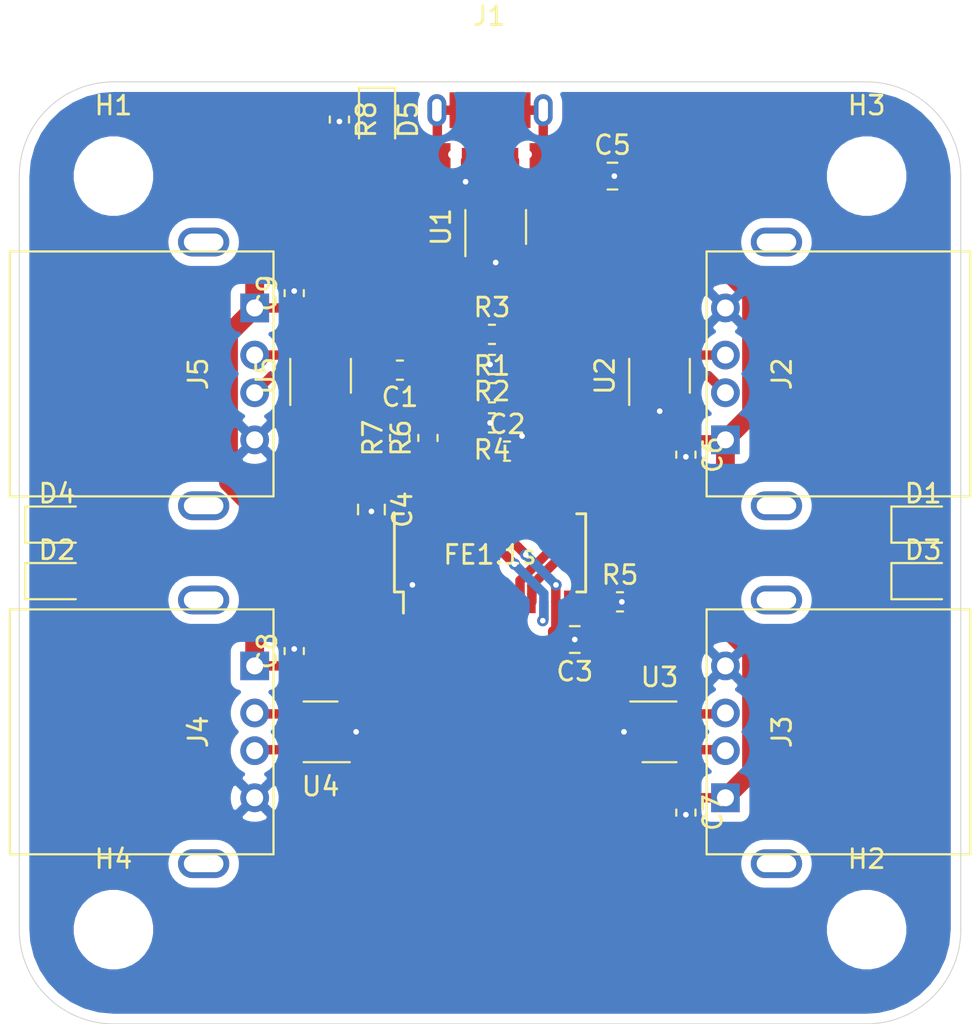
<source format=kicad_pcb>
(kicad_pcb (version 20171130) (host pcbnew "(5.1.6)-1")

  (general
    (thickness 1.6)
    (drawings 8)
    (tracks 248)
    (zones 0)
    (modules 37)
    (nets 40)
  )

  (page A4)
  (layers
    (0 F.Cu signal)
    (31 B.Cu signal)
    (32 B.Adhes user)
    (33 F.Adhes user)
    (34 B.Paste user)
    (35 F.Paste user)
    (36 B.SilkS user)
    (37 F.SilkS user)
    (38 B.Mask user)
    (39 F.Mask user)
    (40 Dwgs.User user)
    (41 Cmts.User user)
    (42 Eco1.User user)
    (43 Eco2.User user)
    (44 Edge.Cuts user)
    (45 Margin user)
    (46 B.CrtYd user)
    (47 F.CrtYd user)
    (48 B.Fab user)
    (49 F.Fab user)
  )

  (setup
    (last_trace_width 0.25)
    (user_trace_width 0.25)
    (user_trace_width 0.5)
    (user_trace_width 1)
    (user_trace_width 2.5)
    (user_trace_width 5)
    (trace_clearance 0.127)
    (zone_clearance 0.508)
    (zone_45_only no)
    (trace_min 0.2)
    (via_size 0.6)
    (via_drill 0.3)
    (via_min_size 0.6)
    (via_min_drill 0.3)
    (user_via 0.6 0.3)
    (uvia_size 0.3)
    (uvia_drill 0.1)
    (uvias_allowed no)
    (uvia_min_size 0.2)
    (uvia_min_drill 0.1)
    (edge_width 0.05)
    (segment_width 0.2)
    (pcb_text_width 0.3)
    (pcb_text_size 1.5 1.5)
    (mod_edge_width 0.12)
    (mod_text_size 1 1)
    (mod_text_width 0.15)
    (pad_size 1.524 1.524)
    (pad_drill 0.762)
    (pad_to_mask_clearance 0.05)
    (aux_axis_origin 0 0)
    (visible_elements 7FFFFFFF)
    (pcbplotparams
      (layerselection 0x010fc_ffffffff)
      (usegerberextensions false)
      (usegerberattributes true)
      (usegerberadvancedattributes true)
      (creategerberjobfile true)
      (excludeedgelayer true)
      (linewidth 0.100000)
      (plotframeref false)
      (viasonmask false)
      (mode 1)
      (useauxorigin false)
      (hpglpennumber 1)
      (hpglpenspeed 20)
      (hpglpendiameter 15.000000)
      (psnegative false)
      (psa4output false)
      (plotreference true)
      (plotvalue true)
      (plotinvisibletext false)
      (padsonsilk false)
      (subtractmaskfromsilk false)
      (outputformat 1)
      (mirror false)
      (drillshape 1)
      (scaleselection 1)
      (outputdirectory ""))
  )

  (net 0 "")
  (net 1 GND)
  (net 2 VBUS)
  (net 3 +3V3)
  (net 4 +1V8)
  (net 5 /DRV)
  (net 6 "Net-(D1-Pad1)")
  (net 7 "Net-(D3-Pad1)")
  (net 8 "Net-(D5-Pad1)")
  (net 9 "Net-(J1-Pad3)")
  (net 10 "Net-(J1-Pad2)")
  (net 11 "Net-(J2-Pad3)")
  (net 12 "Net-(J2-Pad2)")
  (net 13 "Net-(J3-Pad3)")
  (net 14 "Net-(J3-Pad2)")
  (net 15 "Net-(J4-Pad3)")
  (net 16 "Net-(J4-Pad2)")
  (net 17 "Net-(J5-Pad3)")
  (net 18 "Net-(J5-Pad2)")
  (net 19 "Net-(R1-Pad2)")
  (net 20 "Net-(R3-Pad2)")
  (net 21 "Net-(R4-Pad1)")
  (net 22 "Net-(R5-Pad1)")
  (net 23 /LED1)
  (net 24 /LED2)
  (net 25 /D1-)
  (net 26 /D1+)
  (net 27 /DU-)
  (net 28 /DU+)
  (net 29 /D2-)
  (net 30 /D2+)
  (net 31 /D3-)
  (net 32 /D3+)
  (net 33 /D4-)
  (net 34 /D4+)
  (net 35 "Net-(J2-Pad5)")
  (net 36 "Net-(J3-Pad5)")
  (net 37 "Net-(J4-Pad5)")
  (net 38 "Net-(J5-Pad5)")
  (net 39 "Net-(J1-Pad6)")

  (net_class Default "This is the default net class."
    (clearance 0.127)
    (trace_width 0.25)
    (via_dia 0.6)
    (via_drill 0.3)
    (uvia_dia 0.3)
    (uvia_drill 0.1)
    (add_net /LED1)
    (add_net /LED2)
    (add_net "Net-(D1-Pad1)")
    (add_net "Net-(D3-Pad1)")
    (add_net "Net-(D5-Pad1)")
    (add_net "Net-(R1-Pad2)")
    (add_net "Net-(R3-Pad2)")
    (add_net "Net-(R4-Pad1)")
    (add_net "Net-(R5-Pad1)")
  )

  (net_class Power ""
    (clearance 0.127)
    (trace_width 0.5)
    (via_dia 0.6)
    (via_drill 0.3)
    (uvia_dia 0.3)
    (uvia_drill 0.1)
    (add_net +1V8)
    (add_net +3V3)
    (add_net GND)
    (add_net VBUS)
  )

  (net_class USB ""
    (clearance 0.127)
    (trace_width 0.5)
    (via_dia 0.6)
    (via_drill 0.3)
    (uvia_dia 0.3)
    (uvia_drill 0.1)
    (diff_pair_width 0.5)
    (diff_pair_gap 0.127)
    (add_net /D1+)
    (add_net /D1-)
    (add_net /D2+)
    (add_net /D2-)
    (add_net /D3+)
    (add_net /D3-)
    (add_net /D4+)
    (add_net /D4-)
    (add_net /DRV)
    (add_net /DU+)
    (add_net /DU-)
    (add_net "Net-(J1-Pad2)")
    (add_net "Net-(J1-Pad3)")
    (add_net "Net-(J1-Pad6)")
    (add_net "Net-(J2-Pad2)")
    (add_net "Net-(J2-Pad3)")
    (add_net "Net-(J2-Pad5)")
    (add_net "Net-(J3-Pad2)")
    (add_net "Net-(J3-Pad3)")
    (add_net "Net-(J3-Pad5)")
    (add_net "Net-(J4-Pad2)")
    (add_net "Net-(J4-Pad3)")
    (add_net "Net-(J4-Pad5)")
    (add_net "Net-(J5-Pad2)")
    (add_net "Net-(J5-Pad3)")
    (add_net "Net-(J5-Pad5)")
  )

  (module MountingHole:MountingHole_3.2mm_M3_ISO14580 (layer F.Cu) (tedit 56D1B4CB) (tstamp 5F815F36)
    (at 35 75)
    (descr "Mounting Hole 3.2mm, no annular, M3, ISO14580")
    (tags "mounting hole 3.2mm no annular m3 iso14580")
    (path /5F850554)
    (attr virtual)
    (fp_text reference H4 (at 0 -3.75) (layer F.SilkS)
      (effects (font (size 1 1) (thickness 0.15)))
    )
    (fp_text value MountingHole (at 0 3.75) (layer F.Fab)
      (effects (font (size 1 1) (thickness 0.15)))
    )
    (fp_text user %R (at 0.3 0) (layer F.Fab)
      (effects (font (size 1 1) (thickness 0.15)))
    )
    (fp_circle (center 0 0) (end 2.75 0) (layer Cmts.User) (width 0.15))
    (fp_circle (center 0 0) (end 3 0) (layer F.CrtYd) (width 0.05))
    (pad 1 np_thru_hole circle (at 0 0) (size 3.2 3.2) (drill 3.2) (layers *.Cu *.Mask))
  )

  (module MountingHole:MountingHole_3.2mm_M3_ISO14580 (layer F.Cu) (tedit 56D1B4CB) (tstamp 5F815BFD)
    (at 75 35)
    (descr "Mounting Hole 3.2mm, no annular, M3, ISO14580")
    (tags "mounting hole 3.2mm no annular m3 iso14580")
    (path /5F852139)
    (attr virtual)
    (fp_text reference H3 (at 0 -3.75) (layer F.SilkS)
      (effects (font (size 1 1) (thickness 0.15)))
    )
    (fp_text value MountingHole (at 0 3.75) (layer F.Fab)
      (effects (font (size 1 1) (thickness 0.15)))
    )
    (fp_text user %R (at 0.3 0) (layer F.Fab)
      (effects (font (size 1 1) (thickness 0.15)))
    )
    (fp_circle (center 0 0) (end 2.75 0) (layer Cmts.User) (width 0.15))
    (fp_circle (center 0 0) (end 3 0) (layer F.CrtYd) (width 0.05))
    (pad 1 np_thru_hole circle (at 0 0) (size 3.2 3.2) (drill 3.2) (layers *.Cu *.Mask))
  )

  (module MountingHole:MountingHole_3.2mm_M3_ISO14580 (layer F.Cu) (tedit 56D1B4CB) (tstamp 5F815BF5)
    (at 75 75)
    (descr "Mounting Hole 3.2mm, no annular, M3, ISO14580")
    (tags "mounting hole 3.2mm no annular m3 iso14580")
    (path /5F8522C0)
    (attr virtual)
    (fp_text reference H2 (at 0 -3.75) (layer F.SilkS)
      (effects (font (size 1 1) (thickness 0.15)))
    )
    (fp_text value MountingHole (at 0 3.75) (layer F.Fab)
      (effects (font (size 1 1) (thickness 0.15)))
    )
    (fp_text user %R (at 0.3 0) (layer F.Fab)
      (effects (font (size 1 1) (thickness 0.15)))
    )
    (fp_circle (center 0 0) (end 2.75 0) (layer Cmts.User) (width 0.15))
    (fp_circle (center 0 0) (end 3 0) (layer F.CrtYd) (width 0.05))
    (pad 1 np_thru_hole circle (at 0 0) (size 3.2 3.2) (drill 3.2) (layers *.Cu *.Mask))
  )

  (module MountingHole:MountingHole_3.2mm_M3_ISO14580 (layer F.Cu) (tedit 56D1B4CB) (tstamp 5F815BED)
    (at 35 35)
    (descr "Mounting Hole 3.2mm, no annular, M3, ISO14580")
    (tags "mounting hole 3.2mm no annular m3 iso14580")
    (path /5F8524E3)
    (attr virtual)
    (fp_text reference H1 (at 0 -3.75) (layer F.SilkS)
      (effects (font (size 1 1) (thickness 0.15)))
    )
    (fp_text value MountingHole (at 0 3.75) (layer F.Fab)
      (effects (font (size 1 1) (thickness 0.15)))
    )
    (fp_text user %R (at 0.3 0) (layer F.Fab)
      (effects (font (size 1 1) (thickness 0.15)))
    )
    (fp_circle (center 0 0) (end 2.75 0) (layer Cmts.User) (width 0.15))
    (fp_circle (center 0 0) (end 3 0) (layer F.CrtYd) (width 0.05))
    (pad 1 np_thru_hole circle (at 0 0) (size 3.2 3.2) (drill 3.2) (layers *.Cu *.Mask))
  )

  (module uUSBHub:U254-051T-4BH83-F1S (layer F.Cu) (tedit 5F6762F2) (tstamp 5F78BDE5)
    (at 55 31.5 180)
    (path /5F81299F)
    (attr smd)
    (fp_text reference J1 (at 0.05 5) (layer F.SilkS)
      (effects (font (size 1 1) (thickness 0.15)))
    )
    (fp_text value USB_B_Micro (at 0 3.5) (layer F.Fab)
      (effects (font (size 1 1) (thickness 0.15)))
    )
    (fp_text user "PCB Edge" (at 0 1.9) (layer F.Fab)
      (effects (font (size 0.5 0.5) (thickness 0.05)))
    )
    (fp_line (start 3.5 1.45) (end -3.5 1.45) (layer F.Fab) (width 0.05))
    (fp_line (start 4.7 -3.85) (end 4.7 1.95) (layer F.CrtYd) (width 0.05))
    (fp_line (start 4.7 1.95) (end -4.7 1.95) (layer F.CrtYd) (width 0.05))
    (fp_line (start -4.7 1.95) (end -4.7 -3.85) (layer F.CrtYd) (width 0.05))
    (fp_line (start -4.7 -3.85) (end 4.7 -3.85) (layer F.CrtYd) (width 0.05))
    (pad 6 smd rect (at 3.15 -2.55 180) (size 2.1 1.6) (layers F.Cu F.Paste F.Mask)
      (net 39 "Net-(J1-Pad6)"))
    (pad 6 smd rect (at -3.15 -2.55 180) (size 2.1 1.6) (layers F.Cu F.Paste F.Mask)
      (net 39 "Net-(J1-Pad6)"))
    (pad 5 smd rect (at 1.3 -2.675 180) (size 0.4 1.35) (layers F.Cu F.Paste F.Mask)
      (net 1 GND))
    (pad 4 smd rect (at 0.65 -2.675 180) (size 0.4 1.35) (layers F.Cu F.Paste F.Mask))
    (pad 3 smd rect (at 0 -2.675 180) (size 0.4 1.35) (layers F.Cu F.Paste F.Mask)
      (net 9 "Net-(J1-Pad3)"))
    (pad 2 smd rect (at -0.65 -2.675 180) (size 0.4 1.35) (layers F.Cu F.Paste F.Mask)
      (net 10 "Net-(J1-Pad2)"))
    (pad 1 smd rect (at -1.3 -2.675 180) (size 0.4 1.35) (layers F.Cu F.Paste F.Mask)
      (net 2 VBUS))
    (pad "" np_thru_hole circle (at 2 -2.35 180) (size 0.45 0.45) (drill 0.45) (layers *.Cu *.Mask))
    (pad "" np_thru_hole circle (at -2 -2.35 180) (size 0.45 0.45) (drill 0.45) (layers *.Cu *.Mask))
    (pad 6 smd rect (at 1.2 0 180) (size 1.9 1.9) (layers F.Cu F.Paste F.Mask)
      (net 39 "Net-(J1-Pad6)"))
    (pad 6 smd rect (at -1.2 0 180) (size 1.9 1.9) (layers F.Cu F.Paste F.Mask)
      (net 39 "Net-(J1-Pad6)"))
    (pad 6 thru_hole oval (at 2.825 0 180) (size 1 1.7) (drill oval 0.5 1.2) (layers *.Cu *.Mask)
      (net 39 "Net-(J1-Pad6)"))
    (pad 6 thru_hole oval (at -2.825 0 180) (size 1 1.7) (drill oval 0.5 1.2) (layers *.Cu *.Mask)
      (net 39 "Net-(J1-Pad6)"))
  )

  (module uUSBHub:JTJ-USB-AF-08 (layer F.Cu) (tedit 5F80B336) (tstamp 5F78BE49)
    (at 42.5 42 270)
    (path /5F73B85F)
    (fp_text reference J5 (at 3.5 3 90) (layer F.SilkS)
      (effects (font (size 1 1) (thickness 0.15)))
    )
    (fp_text value PORT4 (at 3.5 -2 90) (layer F.Fab)
      (effects (font (size 1 1) (thickness 0.15)))
    )
    (fp_line (start -3 -1) (end 10 -1) (layer F.SilkS) (width 0.12))
    (fp_line (start 10 -1) (end 10 13) (layer F.SilkS) (width 0.12))
    (fp_line (start 10 13) (end -3 13) (layer F.SilkS) (width 0.12))
    (fp_line (start -3 13) (end -3 -1) (layer F.SilkS) (width 0.12))
    (fp_line (start 11.8 -1.3) (end 11.8 13.5) (layer F.CrtYd) (width 0.05))
    (fp_line (start 11.8 13.5) (end -4.8 13.5) (layer F.CrtYd) (width 0.05))
    (fp_line (start -4.8 13.5) (end -4.8 -1.3) (layer F.CrtYd) (width 0.05))
    (fp_line (start -4.8 -1.3) (end 11.8 -1.3) (layer F.CrtYd) (width 0.05))
    (pad 5 thru_hole oval (at 10.5 2.71 270) (size 1.524 2.724) (drill oval 0.9 2.1) (layers *.Cu *.Mask)
      (net 38 "Net-(J5-Pad5)"))
    (pad 5 thru_hole oval (at -3.5 2.71 270) (size 1.524 2.724) (drill oval 0.9 2.1) (layers *.Cu *.Mask)
      (net 38 "Net-(J5-Pad5)"))
    (pad 3 thru_hole circle (at 4.5 0 270) (size 1.524 1.524) (drill 0.9) (layers *.Cu *.Mask)
      (net 17 "Net-(J5-Pad3)"))
    (pad 2 thru_hole circle (at 2.5 0 270) (size 1.524 1.524) (drill 0.9) (layers *.Cu *.Mask)
      (net 18 "Net-(J5-Pad2)"))
    (pad 4 thru_hole circle (at 7 0 270) (size 1.524 1.524) (drill 0.9) (layers *.Cu *.Mask)
      (net 1 GND))
    (pad 1 thru_hole rect (at 0 0 270) (size 1.524 1.524) (drill 0.9) (layers *.Cu *.Mask)
      (net 2 VBUS))
  )

  (module uUSBHub:JTJ-USB-AF-08 (layer F.Cu) (tedit 5F80B336) (tstamp 5F78BE30)
    (at 42.5 61 270)
    (path /5F73A9AB)
    (fp_text reference J4 (at 3.5 3 90) (layer F.SilkS)
      (effects (font (size 1 1) (thickness 0.15)))
    )
    (fp_text value PORT3 (at 3.5 -2 90) (layer F.Fab)
      (effects (font (size 1 1) (thickness 0.15)))
    )
    (fp_line (start -3 -1) (end 10 -1) (layer F.SilkS) (width 0.12))
    (fp_line (start 10 -1) (end 10 13) (layer F.SilkS) (width 0.12))
    (fp_line (start 10 13) (end -3 13) (layer F.SilkS) (width 0.12))
    (fp_line (start -3 13) (end -3 -1) (layer F.SilkS) (width 0.12))
    (fp_line (start 11.8 -1.3) (end 11.8 13.5) (layer F.CrtYd) (width 0.05))
    (fp_line (start 11.8 13.5) (end -4.8 13.5) (layer F.CrtYd) (width 0.05))
    (fp_line (start -4.8 13.5) (end -4.8 -1.3) (layer F.CrtYd) (width 0.05))
    (fp_line (start -4.8 -1.3) (end 11.8 -1.3) (layer F.CrtYd) (width 0.05))
    (pad 5 thru_hole oval (at 10.5 2.71 270) (size 1.524 2.724) (drill oval 0.9 2.1) (layers *.Cu *.Mask)
      (net 37 "Net-(J4-Pad5)"))
    (pad 5 thru_hole oval (at -3.5 2.71 270) (size 1.524 2.724) (drill oval 0.9 2.1) (layers *.Cu *.Mask)
      (net 37 "Net-(J4-Pad5)"))
    (pad 3 thru_hole circle (at 4.5 0 270) (size 1.524 1.524) (drill 0.9) (layers *.Cu *.Mask)
      (net 15 "Net-(J4-Pad3)"))
    (pad 2 thru_hole circle (at 2.5 0 270) (size 1.524 1.524) (drill 0.9) (layers *.Cu *.Mask)
      (net 16 "Net-(J4-Pad2)"))
    (pad 4 thru_hole circle (at 7 0 270) (size 1.524 1.524) (drill 0.9) (layers *.Cu *.Mask)
      (net 1 GND))
    (pad 1 thru_hole rect (at 0 0 270) (size 1.524 1.524) (drill 0.9) (layers *.Cu *.Mask)
      (net 2 VBUS))
  )

  (module uUSBHub:JTJ-USB-AF-08 (layer F.Cu) (tedit 5F80B336) (tstamp 5F78BE17)
    (at 67.5 68 90)
    (path /5F739FF7)
    (fp_text reference J3 (at 3.5 3 90) (layer F.SilkS)
      (effects (font (size 1 1) (thickness 0.15)))
    )
    (fp_text value PORT2 (at 3.5 -2 90) (layer F.Fab)
      (effects (font (size 1 1) (thickness 0.15)))
    )
    (fp_line (start -3 -1) (end 10 -1) (layer F.SilkS) (width 0.12))
    (fp_line (start 10 -1) (end 10 13) (layer F.SilkS) (width 0.12))
    (fp_line (start 10 13) (end -3 13) (layer F.SilkS) (width 0.12))
    (fp_line (start -3 13) (end -3 -1) (layer F.SilkS) (width 0.12))
    (fp_line (start 11.8 -1.3) (end 11.8 13.5) (layer F.CrtYd) (width 0.05))
    (fp_line (start 11.8 13.5) (end -4.8 13.5) (layer F.CrtYd) (width 0.05))
    (fp_line (start -4.8 13.5) (end -4.8 -1.3) (layer F.CrtYd) (width 0.05))
    (fp_line (start -4.8 -1.3) (end 11.8 -1.3) (layer F.CrtYd) (width 0.05))
    (pad 5 thru_hole oval (at 10.5 2.71 90) (size 1.524 2.724) (drill oval 0.9 2.1) (layers *.Cu *.Mask)
      (net 36 "Net-(J3-Pad5)"))
    (pad 5 thru_hole oval (at -3.5 2.71 90) (size 1.524 2.724) (drill oval 0.9 2.1) (layers *.Cu *.Mask)
      (net 36 "Net-(J3-Pad5)"))
    (pad 3 thru_hole circle (at 4.5 0 90) (size 1.524 1.524) (drill 0.9) (layers *.Cu *.Mask)
      (net 13 "Net-(J3-Pad3)"))
    (pad 2 thru_hole circle (at 2.5 0 90) (size 1.524 1.524) (drill 0.9) (layers *.Cu *.Mask)
      (net 14 "Net-(J3-Pad2)"))
    (pad 4 thru_hole circle (at 7 0 90) (size 1.524 1.524) (drill 0.9) (layers *.Cu *.Mask)
      (net 1 GND))
    (pad 1 thru_hole rect (at 0 0 90) (size 1.524 1.524) (drill 0.9) (layers *.Cu *.Mask)
      (net 2 VBUS))
  )

  (module uUSBHub:JTJ-USB-AF-08 (layer F.Cu) (tedit 5F80B336) (tstamp 5F78BDFE)
    (at 67.5 49 90)
    (path /5F7357E6)
    (fp_text reference J2 (at 3.5 3 90) (layer F.SilkS)
      (effects (font (size 1 1) (thickness 0.15)))
    )
    (fp_text value PORT1 (at 3.5 -2 90) (layer F.Fab)
      (effects (font (size 1 1) (thickness 0.15)))
    )
    (fp_line (start -3 -1) (end 10 -1) (layer F.SilkS) (width 0.12))
    (fp_line (start 10 -1) (end 10 13) (layer F.SilkS) (width 0.12))
    (fp_line (start 10 13) (end -3 13) (layer F.SilkS) (width 0.12))
    (fp_line (start -3 13) (end -3 -1) (layer F.SilkS) (width 0.12))
    (fp_line (start 11.8 -1.3) (end 11.8 13.5) (layer F.CrtYd) (width 0.05))
    (fp_line (start 11.8 13.5) (end -4.8 13.5) (layer F.CrtYd) (width 0.05))
    (fp_line (start -4.8 13.5) (end -4.8 -1.3) (layer F.CrtYd) (width 0.05))
    (fp_line (start -4.8 -1.3) (end 11.8 -1.3) (layer F.CrtYd) (width 0.05))
    (pad 5 thru_hole oval (at 10.5 2.71 90) (size 1.524 2.724) (drill oval 0.9 2.1) (layers *.Cu *.Mask)
      (net 35 "Net-(J2-Pad5)"))
    (pad 5 thru_hole oval (at -3.5 2.71 90) (size 1.524 2.724) (drill oval 0.9 2.1) (layers *.Cu *.Mask)
      (net 35 "Net-(J2-Pad5)"))
    (pad 3 thru_hole circle (at 4.5 0 90) (size 1.524 1.524) (drill 0.9) (layers *.Cu *.Mask)
      (net 11 "Net-(J2-Pad3)"))
    (pad 2 thru_hole circle (at 2.5 0 90) (size 1.524 1.524) (drill 0.9) (layers *.Cu *.Mask)
      (net 12 "Net-(J2-Pad2)"))
    (pad 4 thru_hole circle (at 7 0 90) (size 1.524 1.524) (drill 0.9) (layers *.Cu *.Mask)
      (net 1 GND))
    (pad 1 thru_hole rect (at 0 0 90) (size 1.524 1.524) (drill 0.9) (layers *.Cu *.Mask)
      (net 2 VBUS))
  )

  (module Package_SO:SSOP-28_3.9x9.9mm_P0.635mm (layer F.Cu) (tedit 5A02F25C) (tstamp 5F78BF70)
    (at 55 55 90)
    (descr "SSOP28: plastic shrink small outline package; 28 leads; body width 3.9 mm; lead pitch 0.635; (see http://cds.linear.com/docs/en/datasheet/38901fb.pdf)")
    (tags "SSOP 0.635")
    (path /5F7341A0)
    (attr smd)
    (fp_text reference U6 (at 0 -5.9 90) (layer F.SilkS) hide
      (effects (font (size 1 1) (thickness 0.15)))
    )
    (fp_text value FE1.1s (at -0.1 0 180) (layer F.SilkS)
      (effects (font (size 1 1) (thickness 0.15)))
    )
    (fp_line (start -2.075 -4.6) (end -3.2 -4.6) (layer F.SilkS) (width 0.15))
    (fp_line (start -2.075 5.08) (end 2.075 5.08) (layer F.SilkS) (width 0.15))
    (fp_line (start -2.075 -5.08) (end 2.075 -5.08) (layer F.SilkS) (width 0.15))
    (fp_line (start -2.075 5.08) (end -2.075 4.6) (layer F.SilkS) (width 0.15))
    (fp_line (start 2.075 5.08) (end 2.075 4.6) (layer F.SilkS) (width 0.15))
    (fp_line (start 2.075 -5.08) (end 2.075 -4.6) (layer F.SilkS) (width 0.15))
    (fp_line (start -2.075 -5.08) (end -2.075 -4.6) (layer F.SilkS) (width 0.15))
    (fp_line (start -3.45 5.2) (end 3.45 5.2) (layer F.CrtYd) (width 0.05))
    (fp_line (start -3.45 -5.2) (end 3.45 -5.2) (layer F.CrtYd) (width 0.05))
    (fp_line (start 3.45 -5.2) (end 3.45 5.2) (layer F.CrtYd) (width 0.05))
    (fp_line (start -3.45 -5.2) (end -3.45 5.2) (layer F.CrtYd) (width 0.05))
    (fp_line (start -1.95 -4) (end -0.95 -4.95) (layer F.Fab) (width 0.15))
    (fp_line (start -1.95 4.95) (end -1.95 -4) (layer F.Fab) (width 0.15))
    (fp_line (start 1.95 4.95) (end -1.95 4.95) (layer F.Fab) (width 0.15))
    (fp_line (start 1.95 -4.95) (end 1.95 4.95) (layer F.Fab) (width 0.15))
    (fp_line (start -0.95 -4.95) (end 1.95 -4.95) (layer F.Fab) (width 0.15))
    (fp_text user %R (at 0 0 90) (layer F.Fab)
      (effects (font (size 0.8 0.8) (thickness 0.15)))
    )
    (pad 28 smd rect (at 2.6 -4.1275 90) (size 1.2 0.4) (layers F.Cu F.Paste F.Mask)
      (net 4 +1V8))
    (pad 27 smd rect (at 2.6 -3.4925 90) (size 1.2 0.4) (layers F.Cu F.Paste F.Mask))
    (pad 26 smd rect (at 2.6 -2.8575 90) (size 1.2 0.4) (layers F.Cu F.Paste F.Mask)
      (net 3 +3V3))
    (pad 25 smd rect (at 2.6 -2.2225 90) (size 1.2 0.4) (layers F.Cu F.Paste F.Mask))
    (pad 24 smd rect (at 2.6 -1.5875 90) (size 1.2 0.4) (layers F.Cu F.Paste F.Mask)
      (net 24 /LED2))
    (pad 23 smd rect (at 2.6 -0.9525 90) (size 1.2 0.4) (layers F.Cu F.Paste F.Mask)
      (net 23 /LED1))
    (pad 22 smd rect (at 2.6 -0.3175 90) (size 1.2 0.4) (layers F.Cu F.Paste F.Mask)
      (net 5 /DRV))
    (pad 21 smd rect (at 2.6 0.3175 90) (size 1.2 0.4) (layers F.Cu F.Paste F.Mask)
      (net 3 +3V3))
    (pad 20 smd rect (at 2.6 0.9525 90) (size 1.2 0.4) (layers F.Cu F.Paste F.Mask)
      (net 2 VBUS))
    (pad 19 smd rect (at 2.6 1.5875 90) (size 1.2 0.4) (layers F.Cu F.Paste F.Mask)
      (net 21 "Net-(R4-Pad1)"))
    (pad 18 smd rect (at 2.6 2.2225 90) (size 1.2 0.4) (layers F.Cu F.Paste F.Mask)
      (net 19 "Net-(R1-Pad2)"))
    (pad 17 smd rect (at 2.6 2.8575 90) (size 1.2 0.4) (layers F.Cu F.Paste F.Mask)
      (net 20 "Net-(R3-Pad2)"))
    (pad 16 smd rect (at 2.6 3.4925 90) (size 1.2 0.4) (layers F.Cu F.Paste F.Mask)
      (net 28 /DU+))
    (pad 15 smd rect (at 2.6 4.1275 90) (size 1.2 0.4) (layers F.Cu F.Paste F.Mask)
      (net 27 /DU-))
    (pad 14 smd rect (at -2.6 4.1275 90) (size 1.2 0.4) (layers F.Cu F.Paste F.Mask)
      (net 22 "Net-(R5-Pad1)"))
    (pad 13 smd rect (at -2.6 3.4925 90) (size 1.2 0.4) (layers F.Cu F.Paste F.Mask)
      (net 3 +3V3))
    (pad 12 smd rect (at -2.6 2.8575 90) (size 1.2 0.4) (layers F.Cu F.Paste F.Mask)
      (net 4 +1V8))
    (pad 11 smd rect (at -2.6 2.2225 90) (size 1.2 0.4) (layers F.Cu F.Paste F.Mask)
      (net 26 /D1+))
    (pad 10 smd rect (at -2.6 1.5875 90) (size 1.2 0.4) (layers F.Cu F.Paste F.Mask)
      (net 25 /D1-))
    (pad 9 smd rect (at -2.6 0.9525 90) (size 1.2 0.4) (layers F.Cu F.Paste F.Mask)
      (net 30 /D2+))
    (pad 8 smd rect (at -2.6 0.3175 90) (size 1.2 0.4) (layers F.Cu F.Paste F.Mask)
      (net 29 /D2-))
    (pad 7 smd rect (at -2.6 -0.3175 90) (size 1.2 0.4) (layers F.Cu F.Paste F.Mask)
      (net 32 /D3+))
    (pad 6 smd rect (at -2.6 -0.9525 90) (size 1.2 0.4) (layers F.Cu F.Paste F.Mask)
      (net 31 /D3-))
    (pad 5 smd rect (at -2.6 -1.5875 90) (size 1.2 0.4) (layers F.Cu F.Paste F.Mask)
      (net 34 /D4+))
    (pad 4 smd rect (at -2.6 -2.2225 90) (size 1.2 0.4) (layers F.Cu F.Paste F.Mask)
      (net 33 /D4-))
    (pad 3 smd rect (at -2.6 -2.8575 90) (size 1.2 0.4) (layers F.Cu F.Paste F.Mask))
    (pad 2 smd rect (at -2.6 -3.4925 90) (size 1.2 0.4) (layers F.Cu F.Paste F.Mask))
    (pad 1 smd rect (at -2.6 -4.1275 90) (size 1.2 0.4) (layers F.Cu F.Paste F.Mask)
      (net 1 GND))
    (model ${KISYS3DMOD}/Package_SO.3dshapes/SSOP-28_3.9x9.9mm_P0.635mm.wrl
      (at (xyz 0 0 0))
      (scale (xyz 1 1 1))
      (rotate (xyz 0 0 0))
    )
  )

  (module Package_TO_SOT_SMD:SOT-23-6 (layer F.Cu) (tedit 5A02FF57) (tstamp 5F78BF3F)
    (at 46 45.6 90)
    (descr "6-pin SOT-23 package")
    (tags SOT-23-6)
    (path /5F766BC8)
    (attr smd)
    (fp_text reference U5 (at 0 -2.9 90) (layer F.SilkS)
      (effects (font (size 1 1) (thickness 0.15)))
    )
    (fp_text value USBLC6-2SC6 (at 0 2.9 90) (layer F.Fab)
      (effects (font (size 1 1) (thickness 0.15)))
    )
    (fp_line (start 0.9 -1.55) (end 0.9 1.55) (layer F.Fab) (width 0.1))
    (fp_line (start 0.9 1.55) (end -0.9 1.55) (layer F.Fab) (width 0.1))
    (fp_line (start -0.9 -0.9) (end -0.9 1.55) (layer F.Fab) (width 0.1))
    (fp_line (start 0.9 -1.55) (end -0.25 -1.55) (layer F.Fab) (width 0.1))
    (fp_line (start -0.9 -0.9) (end -0.25 -1.55) (layer F.Fab) (width 0.1))
    (fp_line (start -1.9 -1.8) (end -1.9 1.8) (layer F.CrtYd) (width 0.05))
    (fp_line (start -1.9 1.8) (end 1.9 1.8) (layer F.CrtYd) (width 0.05))
    (fp_line (start 1.9 1.8) (end 1.9 -1.8) (layer F.CrtYd) (width 0.05))
    (fp_line (start 1.9 -1.8) (end -1.9 -1.8) (layer F.CrtYd) (width 0.05))
    (fp_line (start 0.9 -1.61) (end -1.55 -1.61) (layer F.SilkS) (width 0.12))
    (fp_line (start -0.9 1.61) (end 0.9 1.61) (layer F.SilkS) (width 0.12))
    (fp_text user %R (at 0 0) (layer F.Fab)
      (effects (font (size 0.5 0.5) (thickness 0.075)))
    )
    (pad 5 smd rect (at 1.1 0 90) (size 1.06 0.65) (layers F.Cu F.Paste F.Mask)
      (net 2 VBUS))
    (pad 6 smd rect (at 1.1 -0.95 90) (size 1.06 0.65) (layers F.Cu F.Paste F.Mask)
      (net 18 "Net-(J5-Pad2)"))
    (pad 4 smd rect (at 1.1 0.95 90) (size 1.06 0.65) (layers F.Cu F.Paste F.Mask)
      (net 17 "Net-(J5-Pad3)"))
    (pad 3 smd rect (at -1.1 0.95 90) (size 1.06 0.65) (layers F.Cu F.Paste F.Mask)
      (net 34 /D4+))
    (pad 2 smd rect (at -1.1 0 90) (size 1.06 0.65) (layers F.Cu F.Paste F.Mask)
      (net 1 GND))
    (pad 1 smd rect (at -1.1 -0.95 90) (size 1.06 0.65) (layers F.Cu F.Paste F.Mask)
      (net 33 /D4-))
    (model ${KISYS3DMOD}/Package_TO_SOT_SMD.3dshapes/SOT-23-6.wrl
      (at (xyz 0 0 0))
      (scale (xyz 1 1 1))
      (rotate (xyz 0 0 0))
    )
  )

  (module Package_TO_SOT_SMD:SOT-23-6 (layer F.Cu) (tedit 5A02FF57) (tstamp 5F78BF29)
    (at 46 64.5 180)
    (descr "6-pin SOT-23 package")
    (tags SOT-23-6)
    (path /5F7794BF)
    (attr smd)
    (fp_text reference U4 (at 0 -2.9) (layer F.SilkS)
      (effects (font (size 1 1) (thickness 0.15)))
    )
    (fp_text value USBLC6-2SC6 (at 0 2.9) (layer F.Fab)
      (effects (font (size 1 1) (thickness 0.15)))
    )
    (fp_line (start 0.9 -1.55) (end 0.9 1.55) (layer F.Fab) (width 0.1))
    (fp_line (start 0.9 1.55) (end -0.9 1.55) (layer F.Fab) (width 0.1))
    (fp_line (start -0.9 -0.9) (end -0.9 1.55) (layer F.Fab) (width 0.1))
    (fp_line (start 0.9 -1.55) (end -0.25 -1.55) (layer F.Fab) (width 0.1))
    (fp_line (start -0.9 -0.9) (end -0.25 -1.55) (layer F.Fab) (width 0.1))
    (fp_line (start -1.9 -1.8) (end -1.9 1.8) (layer F.CrtYd) (width 0.05))
    (fp_line (start -1.9 1.8) (end 1.9 1.8) (layer F.CrtYd) (width 0.05))
    (fp_line (start 1.9 1.8) (end 1.9 -1.8) (layer F.CrtYd) (width 0.05))
    (fp_line (start 1.9 -1.8) (end -1.9 -1.8) (layer F.CrtYd) (width 0.05))
    (fp_line (start 0.9 -1.61) (end -1.55 -1.61) (layer F.SilkS) (width 0.12))
    (fp_line (start -0.9 1.61) (end 0.9 1.61) (layer F.SilkS) (width 0.12))
    (fp_text user %R (at 0 0 90) (layer F.Fab)
      (effects (font (size 0.5 0.5) (thickness 0.075)))
    )
    (pad 5 smd rect (at 1.1 0 180) (size 1.06 0.65) (layers F.Cu F.Paste F.Mask)
      (net 2 VBUS))
    (pad 6 smd rect (at 1.1 -0.95 180) (size 1.06 0.65) (layers F.Cu F.Paste F.Mask)
      (net 15 "Net-(J4-Pad3)"))
    (pad 4 smd rect (at 1.1 0.95 180) (size 1.06 0.65) (layers F.Cu F.Paste F.Mask)
      (net 16 "Net-(J4-Pad2)"))
    (pad 3 smd rect (at -1.1 0.95 180) (size 1.06 0.65) (layers F.Cu F.Paste F.Mask)
      (net 31 /D3-))
    (pad 2 smd rect (at -1.1 0 180) (size 1.06 0.65) (layers F.Cu F.Paste F.Mask)
      (net 1 GND))
    (pad 1 smd rect (at -1.1 -0.95 180) (size 1.06 0.65) (layers F.Cu F.Paste F.Mask)
      (net 32 /D3+))
    (model ${KISYS3DMOD}/Package_TO_SOT_SMD.3dshapes/SOT-23-6.wrl
      (at (xyz 0 0 0))
      (scale (xyz 1 1 1))
      (rotate (xyz 0 0 0))
    )
  )

  (module Package_TO_SOT_SMD:SOT-23-6 (layer F.Cu) (tedit 5A02FF57) (tstamp 5F78BF13)
    (at 64 64.5)
    (descr "6-pin SOT-23 package")
    (tags SOT-23-6)
    (path /5F77AB95)
    (attr smd)
    (fp_text reference U3 (at 0 -2.9) (layer F.SilkS)
      (effects (font (size 1 1) (thickness 0.15)))
    )
    (fp_text value USBLC6-2SC6 (at 0 2.9) (layer F.Fab)
      (effects (font (size 1 1) (thickness 0.15)))
    )
    (fp_line (start 0.9 -1.55) (end 0.9 1.55) (layer F.Fab) (width 0.1))
    (fp_line (start 0.9 1.55) (end -0.9 1.55) (layer F.Fab) (width 0.1))
    (fp_line (start -0.9 -0.9) (end -0.9 1.55) (layer F.Fab) (width 0.1))
    (fp_line (start 0.9 -1.55) (end -0.25 -1.55) (layer F.Fab) (width 0.1))
    (fp_line (start -0.9 -0.9) (end -0.25 -1.55) (layer F.Fab) (width 0.1))
    (fp_line (start -1.9 -1.8) (end -1.9 1.8) (layer F.CrtYd) (width 0.05))
    (fp_line (start -1.9 1.8) (end 1.9 1.8) (layer F.CrtYd) (width 0.05))
    (fp_line (start 1.9 1.8) (end 1.9 -1.8) (layer F.CrtYd) (width 0.05))
    (fp_line (start 1.9 -1.8) (end -1.9 -1.8) (layer F.CrtYd) (width 0.05))
    (fp_line (start 0.9 -1.61) (end -1.55 -1.61) (layer F.SilkS) (width 0.12))
    (fp_line (start -0.9 1.61) (end 0.9 1.61) (layer F.SilkS) (width 0.12))
    (fp_text user %R (at 0 0 90) (layer F.Fab)
      (effects (font (size 0.5 0.5) (thickness 0.075)))
    )
    (pad 5 smd rect (at 1.1 0) (size 1.06 0.65) (layers F.Cu F.Paste F.Mask)
      (net 2 VBUS))
    (pad 6 smd rect (at 1.1 -0.95) (size 1.06 0.65) (layers F.Cu F.Paste F.Mask)
      (net 13 "Net-(J3-Pad3)"))
    (pad 4 smd rect (at 1.1 0.95) (size 1.06 0.65) (layers F.Cu F.Paste F.Mask)
      (net 14 "Net-(J3-Pad2)"))
    (pad 3 smd rect (at -1.1 0.95) (size 1.06 0.65) (layers F.Cu F.Paste F.Mask)
      (net 29 /D2-))
    (pad 2 smd rect (at -1.1 0) (size 1.06 0.65) (layers F.Cu F.Paste F.Mask)
      (net 1 GND))
    (pad 1 smd rect (at -1.1 -0.95) (size 1.06 0.65) (layers F.Cu F.Paste F.Mask)
      (net 30 /D2+))
    (model ${KISYS3DMOD}/Package_TO_SOT_SMD.3dshapes/SOT-23-6.wrl
      (at (xyz 0 0 0))
      (scale (xyz 1 1 1))
      (rotate (xyz 0 0 0))
    )
  )

  (module Package_TO_SOT_SMD:SOT-23-6 (layer F.Cu) (tedit 5A02FF57) (tstamp 5F816D07)
    (at 64 45.6 90)
    (descr "6-pin SOT-23 package")
    (tags SOT-23-6)
    (path /5F77C0C1)
    (attr smd)
    (fp_text reference U2 (at 0 -2.9 90) (layer F.SilkS)
      (effects (font (size 1 1) (thickness 0.15)))
    )
    (fp_text value USBLC6-2SC6 (at 0 2.9 90) (layer F.Fab)
      (effects (font (size 1 1) (thickness 0.15)))
    )
    (fp_line (start 0.9 -1.55) (end 0.9 1.55) (layer F.Fab) (width 0.1))
    (fp_line (start 0.9 1.55) (end -0.9 1.55) (layer F.Fab) (width 0.1))
    (fp_line (start -0.9 -0.9) (end -0.9 1.55) (layer F.Fab) (width 0.1))
    (fp_line (start 0.9 -1.55) (end -0.25 -1.55) (layer F.Fab) (width 0.1))
    (fp_line (start -0.9 -0.9) (end -0.25 -1.55) (layer F.Fab) (width 0.1))
    (fp_line (start -1.9 -1.8) (end -1.9 1.8) (layer F.CrtYd) (width 0.05))
    (fp_line (start -1.9 1.8) (end 1.9 1.8) (layer F.CrtYd) (width 0.05))
    (fp_line (start 1.9 1.8) (end 1.9 -1.8) (layer F.CrtYd) (width 0.05))
    (fp_line (start 1.9 -1.8) (end -1.9 -1.8) (layer F.CrtYd) (width 0.05))
    (fp_line (start 0.9 -1.61) (end -1.55 -1.61) (layer F.SilkS) (width 0.12))
    (fp_line (start -0.9 1.61) (end 0.9 1.61) (layer F.SilkS) (width 0.12))
    (fp_text user %R (at 0 0) (layer F.Fab)
      (effects (font (size 0.5 0.5) (thickness 0.075)))
    )
    (pad 5 smd rect (at 1.1 0 90) (size 1.06 0.65) (layers F.Cu F.Paste F.Mask)
      (net 2 VBUS))
    (pad 6 smd rect (at 1.1 -0.95 90) (size 1.06 0.65) (layers F.Cu F.Paste F.Mask)
      (net 12 "Net-(J2-Pad2)"))
    (pad 4 smd rect (at 1.1 0.95 90) (size 1.06 0.65) (layers F.Cu F.Paste F.Mask)
      (net 11 "Net-(J2-Pad3)"))
    (pad 3 smd rect (at -1.1 0.95 90) (size 1.06 0.65) (layers F.Cu F.Paste F.Mask)
      (net 26 /D1+))
    (pad 2 smd rect (at -1.1 0 90) (size 1.06 0.65) (layers F.Cu F.Paste F.Mask)
      (net 1 GND))
    (pad 1 smd rect (at -1.1 -0.95 90) (size 1.06 0.65) (layers F.Cu F.Paste F.Mask)
      (net 25 /D1-))
    (model ${KISYS3DMOD}/Package_TO_SOT_SMD.3dshapes/SOT-23-6.wrl
      (at (xyz 0 0 0))
      (scale (xyz 1 1 1))
      (rotate (xyz 0 0 0))
    )
  )

  (module Package_TO_SOT_SMD:SOT-23-6 (layer F.Cu) (tedit 5A02FF57) (tstamp 5F78BEE7)
    (at 55.3 37.7 90)
    (descr "6-pin SOT-23 package")
    (tags SOT-23-6)
    (path /5F7B93BC)
    (attr smd)
    (fp_text reference U1 (at 0 -2.9 90) (layer F.SilkS)
      (effects (font (size 1 1) (thickness 0.15)))
    )
    (fp_text value USBLC6-2SC6 (at 0 2.9 90) (layer F.Fab)
      (effects (font (size 1 1) (thickness 0.15)))
    )
    (fp_line (start 0.9 -1.55) (end 0.9 1.55) (layer F.Fab) (width 0.1))
    (fp_line (start 0.9 1.55) (end -0.9 1.55) (layer F.Fab) (width 0.1))
    (fp_line (start -0.9 -0.9) (end -0.9 1.55) (layer F.Fab) (width 0.1))
    (fp_line (start 0.9 -1.55) (end -0.25 -1.55) (layer F.Fab) (width 0.1))
    (fp_line (start -0.9 -0.9) (end -0.25 -1.55) (layer F.Fab) (width 0.1))
    (fp_line (start -1.9 -1.8) (end -1.9 1.8) (layer F.CrtYd) (width 0.05))
    (fp_line (start -1.9 1.8) (end 1.9 1.8) (layer F.CrtYd) (width 0.05))
    (fp_line (start 1.9 1.8) (end 1.9 -1.8) (layer F.CrtYd) (width 0.05))
    (fp_line (start 1.9 -1.8) (end -1.9 -1.8) (layer F.CrtYd) (width 0.05))
    (fp_line (start 0.9 -1.61) (end -1.55 -1.61) (layer F.SilkS) (width 0.12))
    (fp_line (start -0.9 1.61) (end 0.9 1.61) (layer F.SilkS) (width 0.12))
    (fp_text user %R (at 0 0) (layer F.Fab)
      (effects (font (size 0.5 0.5) (thickness 0.075)))
    )
    (pad 5 smd rect (at 1.1 0 90) (size 1.06 0.65) (layers F.Cu F.Paste F.Mask)
      (net 2 VBUS))
    (pad 6 smd rect (at 1.1 -0.95 90) (size 1.06 0.65) (layers F.Cu F.Paste F.Mask)
      (net 9 "Net-(J1-Pad3)"))
    (pad 4 smd rect (at 1.1 0.95 90) (size 1.06 0.65) (layers F.Cu F.Paste F.Mask)
      (net 10 "Net-(J1-Pad2)"))
    (pad 3 smd rect (at -1.1 0.95 90) (size 1.06 0.65) (layers F.Cu F.Paste F.Mask)
      (net 27 /DU-))
    (pad 2 smd rect (at -1.1 0 90) (size 1.06 0.65) (layers F.Cu F.Paste F.Mask)
      (net 1 GND))
    (pad 1 smd rect (at -1.1 -0.95 90) (size 1.06 0.65) (layers F.Cu F.Paste F.Mask)
      (net 28 /DU+))
    (model ${KISYS3DMOD}/Package_TO_SOT_SMD.3dshapes/SOT-23-6.wrl
      (at (xyz 0 0 0))
      (scale (xyz 1 1 1))
      (rotate (xyz 0 0 0))
    )
  )

  (module Resistor_SMD:R_0603_1608Metric (layer F.Cu) (tedit 5B301BBD) (tstamp 5F78BED1)
    (at 47 32 270)
    (descr "Resistor SMD 0603 (1608 Metric), square (rectangular) end terminal, IPC_7351 nominal, (Body size source: http://www.tortai-tech.com/upload/download/2011102023233369053.pdf), generated with kicad-footprint-generator")
    (tags resistor)
    (path /5F7E1B19)
    (attr smd)
    (fp_text reference R8 (at 0 -1.43 90) (layer F.SilkS)
      (effects (font (size 1 1) (thickness 0.15)))
    )
    (fp_text value 1k (at 0 1.43 90) (layer F.Fab)
      (effects (font (size 1 1) (thickness 0.15)))
    )
    (fp_line (start 1.48 0.73) (end -1.48 0.73) (layer F.CrtYd) (width 0.05))
    (fp_line (start 1.48 -0.73) (end 1.48 0.73) (layer F.CrtYd) (width 0.05))
    (fp_line (start -1.48 -0.73) (end 1.48 -0.73) (layer F.CrtYd) (width 0.05))
    (fp_line (start -1.48 0.73) (end -1.48 -0.73) (layer F.CrtYd) (width 0.05))
    (fp_line (start -0.162779 0.51) (end 0.162779 0.51) (layer F.SilkS) (width 0.12))
    (fp_line (start -0.162779 -0.51) (end 0.162779 -0.51) (layer F.SilkS) (width 0.12))
    (fp_line (start 0.8 0.4) (end -0.8 0.4) (layer F.Fab) (width 0.1))
    (fp_line (start 0.8 -0.4) (end 0.8 0.4) (layer F.Fab) (width 0.1))
    (fp_line (start -0.8 -0.4) (end 0.8 -0.4) (layer F.Fab) (width 0.1))
    (fp_line (start -0.8 0.4) (end -0.8 -0.4) (layer F.Fab) (width 0.1))
    (fp_text user %R (at 0 0 90) (layer F.Fab)
      (effects (font (size 0.4 0.4) (thickness 0.06)))
    )
    (pad 2 smd roundrect (at 0.7875 0 270) (size 0.875 0.95) (layers F.Cu F.Paste F.Mask) (roundrect_rratio 0.25)
      (net 1 GND))
    (pad 1 smd roundrect (at -0.7875 0 270) (size 0.875 0.95) (layers F.Cu F.Paste F.Mask) (roundrect_rratio 0.25)
      (net 8 "Net-(D5-Pad1)"))
    (model ${KISYS3DMOD}/Resistor_SMD.3dshapes/R_0603_1608Metric.wrl
      (at (xyz 0 0 0))
      (scale (xyz 1 1 1))
      (rotate (xyz 0 0 0))
    )
  )

  (module Resistor_SMD:R_0603_1608Metric (layer F.Cu) (tedit 5B301BBD) (tstamp 5F78BEC0)
    (at 50.2 48.9 90)
    (descr "Resistor SMD 0603 (1608 Metric), square (rectangular) end terminal, IPC_7351 nominal, (Body size source: http://www.tortai-tech.com/upload/download/2011102023233369053.pdf), generated with kicad-footprint-generator")
    (tags resistor)
    (path /5F7B7805)
    (attr smd)
    (fp_text reference R7 (at 0 -1.43 90) (layer F.SilkS)
      (effects (font (size 1 1) (thickness 0.15)))
    )
    (fp_text value 1k (at 0 1.43 90) (layer F.Fab)
      (effects (font (size 1 1) (thickness 0.15)))
    )
    (fp_line (start 1.48 0.73) (end -1.48 0.73) (layer F.CrtYd) (width 0.05))
    (fp_line (start 1.48 -0.73) (end 1.48 0.73) (layer F.CrtYd) (width 0.05))
    (fp_line (start -1.48 -0.73) (end 1.48 -0.73) (layer F.CrtYd) (width 0.05))
    (fp_line (start -1.48 0.73) (end -1.48 -0.73) (layer F.CrtYd) (width 0.05))
    (fp_line (start -0.162779 0.51) (end 0.162779 0.51) (layer F.SilkS) (width 0.12))
    (fp_line (start -0.162779 -0.51) (end 0.162779 -0.51) (layer F.SilkS) (width 0.12))
    (fp_line (start 0.8 0.4) (end -0.8 0.4) (layer F.Fab) (width 0.1))
    (fp_line (start 0.8 -0.4) (end 0.8 0.4) (layer F.Fab) (width 0.1))
    (fp_line (start -0.8 -0.4) (end 0.8 -0.4) (layer F.Fab) (width 0.1))
    (fp_line (start -0.8 0.4) (end -0.8 -0.4) (layer F.Fab) (width 0.1))
    (fp_text user %R (at 0 0 90) (layer F.Fab)
      (effects (font (size 0.4 0.4) (thickness 0.06)))
    )
    (pad 2 smd roundrect (at 0.7875 0 90) (size 0.875 0.95) (layers F.Cu F.Paste F.Mask) (roundrect_rratio 0.25)
      (net 7 "Net-(D3-Pad1)"))
    (pad 1 smd roundrect (at -0.7875 0 90) (size 0.875 0.95) (layers F.Cu F.Paste F.Mask) (roundrect_rratio 0.25)
      (net 24 /LED2))
    (model ${KISYS3DMOD}/Resistor_SMD.3dshapes/R_0603_1608Metric.wrl
      (at (xyz 0 0 0))
      (scale (xyz 1 1 1))
      (rotate (xyz 0 0 0))
    )
  )

  (module Resistor_SMD:R_0603_1608Metric (layer F.Cu) (tedit 5B301BBD) (tstamp 5F78BEAF)
    (at 51.7 48.9 90)
    (descr "Resistor SMD 0603 (1608 Metric), square (rectangular) end terminal, IPC_7351 nominal, (Body size source: http://www.tortai-tech.com/upload/download/2011102023233369053.pdf), generated with kicad-footprint-generator")
    (tags resistor)
    (path /5F7B6CC9)
    (attr smd)
    (fp_text reference R6 (at 0 -1.43 90) (layer F.SilkS)
      (effects (font (size 1 1) (thickness 0.15)))
    )
    (fp_text value 1k (at 0 1.43 90) (layer F.Fab)
      (effects (font (size 1 1) (thickness 0.15)))
    )
    (fp_line (start 1.48 0.73) (end -1.48 0.73) (layer F.CrtYd) (width 0.05))
    (fp_line (start 1.48 -0.73) (end 1.48 0.73) (layer F.CrtYd) (width 0.05))
    (fp_line (start -1.48 -0.73) (end 1.48 -0.73) (layer F.CrtYd) (width 0.05))
    (fp_line (start -1.48 0.73) (end -1.48 -0.73) (layer F.CrtYd) (width 0.05))
    (fp_line (start -0.162779 0.51) (end 0.162779 0.51) (layer F.SilkS) (width 0.12))
    (fp_line (start -0.162779 -0.51) (end 0.162779 -0.51) (layer F.SilkS) (width 0.12))
    (fp_line (start 0.8 0.4) (end -0.8 0.4) (layer F.Fab) (width 0.1))
    (fp_line (start 0.8 -0.4) (end 0.8 0.4) (layer F.Fab) (width 0.1))
    (fp_line (start -0.8 -0.4) (end 0.8 -0.4) (layer F.Fab) (width 0.1))
    (fp_line (start -0.8 0.4) (end -0.8 -0.4) (layer F.Fab) (width 0.1))
    (fp_text user %R (at 0 0 90) (layer F.Fab)
      (effects (font (size 0.4 0.4) (thickness 0.06)))
    )
    (pad 2 smd roundrect (at 0.7875 0 90) (size 0.875 0.95) (layers F.Cu F.Paste F.Mask) (roundrect_rratio 0.25)
      (net 6 "Net-(D1-Pad1)"))
    (pad 1 smd roundrect (at -0.7875 0 90) (size 0.875 0.95) (layers F.Cu F.Paste F.Mask) (roundrect_rratio 0.25)
      (net 23 /LED1))
    (model ${KISYS3DMOD}/Resistor_SMD.3dshapes/R_0603_1608Metric.wrl
      (at (xyz 0 0 0))
      (scale (xyz 1 1 1))
      (rotate (xyz 0 0 0))
    )
  )

  (module Resistor_SMD:R_0603_1608Metric (layer F.Cu) (tedit 5B301BBD) (tstamp 5F78BE9E)
    (at 61.9 57.6)
    (descr "Resistor SMD 0603 (1608 Metric), square (rectangular) end terminal, IPC_7351 nominal, (Body size source: http://www.tortai-tech.com/upload/download/2011102023233369053.pdf), generated with kicad-footprint-generator")
    (tags resistor)
    (path /5F8107B3)
    (attr smd)
    (fp_text reference R5 (at 0 -1.43) (layer F.SilkS)
      (effects (font (size 1 1) (thickness 0.15)))
    )
    (fp_text value "2k7 1%" (at 0 1.43) (layer F.Fab)
      (effects (font (size 1 1) (thickness 0.15)))
    )
    (fp_line (start 1.48 0.73) (end -1.48 0.73) (layer F.CrtYd) (width 0.05))
    (fp_line (start 1.48 -0.73) (end 1.48 0.73) (layer F.CrtYd) (width 0.05))
    (fp_line (start -1.48 -0.73) (end 1.48 -0.73) (layer F.CrtYd) (width 0.05))
    (fp_line (start -1.48 0.73) (end -1.48 -0.73) (layer F.CrtYd) (width 0.05))
    (fp_line (start -0.162779 0.51) (end 0.162779 0.51) (layer F.SilkS) (width 0.12))
    (fp_line (start -0.162779 -0.51) (end 0.162779 -0.51) (layer F.SilkS) (width 0.12))
    (fp_line (start 0.8 0.4) (end -0.8 0.4) (layer F.Fab) (width 0.1))
    (fp_line (start 0.8 -0.4) (end 0.8 0.4) (layer F.Fab) (width 0.1))
    (fp_line (start -0.8 -0.4) (end 0.8 -0.4) (layer F.Fab) (width 0.1))
    (fp_line (start -0.8 0.4) (end -0.8 -0.4) (layer F.Fab) (width 0.1))
    (fp_text user %R (at 0 0) (layer F.Fab)
      (effects (font (size 0.4 0.4) (thickness 0.06)))
    )
    (pad 2 smd roundrect (at 0.7875 0) (size 0.875 0.95) (layers F.Cu F.Paste F.Mask) (roundrect_rratio 0.25)
      (net 1 GND))
    (pad 1 smd roundrect (at -0.7875 0) (size 0.875 0.95) (layers F.Cu F.Paste F.Mask) (roundrect_rratio 0.25)
      (net 22 "Net-(R5-Pad1)"))
    (model ${KISYS3DMOD}/Resistor_SMD.3dshapes/R_0603_1608Metric.wrl
      (at (xyz 0 0 0))
      (scale (xyz 1 1 1))
      (rotate (xyz 0 0 0))
    )
  )

  (module Resistor_SMD:R_0603_1608Metric (layer F.Cu) (tedit 5B301BBD) (tstamp 5F78BE8D)
    (at 55.1 48.1 180)
    (descr "Resistor SMD 0603 (1608 Metric), square (rectangular) end terminal, IPC_7351 nominal, (Body size source: http://www.tortai-tech.com/upload/download/2011102023233369053.pdf), generated with kicad-footprint-generator")
    (tags resistor)
    (path /5F83B8C3)
    (attr smd)
    (fp_text reference R4 (at 0 -1.43) (layer F.SilkS)
      (effects (font (size 1 1) (thickness 0.15)))
    )
    (fp_text value 10k (at 0 1.43) (layer F.Fab)
      (effects (font (size 1 1) (thickness 0.15)))
    )
    (fp_line (start 1.48 0.73) (end -1.48 0.73) (layer F.CrtYd) (width 0.05))
    (fp_line (start 1.48 -0.73) (end 1.48 0.73) (layer F.CrtYd) (width 0.05))
    (fp_line (start -1.48 -0.73) (end 1.48 -0.73) (layer F.CrtYd) (width 0.05))
    (fp_line (start -1.48 0.73) (end -1.48 -0.73) (layer F.CrtYd) (width 0.05))
    (fp_line (start -0.162779 0.51) (end 0.162779 0.51) (layer F.SilkS) (width 0.12))
    (fp_line (start -0.162779 -0.51) (end 0.162779 -0.51) (layer F.SilkS) (width 0.12))
    (fp_line (start 0.8 0.4) (end -0.8 0.4) (layer F.Fab) (width 0.1))
    (fp_line (start 0.8 -0.4) (end 0.8 0.4) (layer F.Fab) (width 0.1))
    (fp_line (start -0.8 -0.4) (end 0.8 -0.4) (layer F.Fab) (width 0.1))
    (fp_line (start -0.8 0.4) (end -0.8 -0.4) (layer F.Fab) (width 0.1))
    (fp_text user %R (at 0 0) (layer F.Fab)
      (effects (font (size 0.4 0.4) (thickness 0.06)))
    )
    (pad 2 smd roundrect (at 0.7875 0 180) (size 0.875 0.95) (layers F.Cu F.Paste F.Mask) (roundrect_rratio 0.25)
      (net 1 GND))
    (pad 1 smd roundrect (at -0.7875 0 180) (size 0.875 0.95) (layers F.Cu F.Paste F.Mask) (roundrect_rratio 0.25)
      (net 21 "Net-(R4-Pad1)"))
    (model ${KISYS3DMOD}/Resistor_SMD.3dshapes/R_0603_1608Metric.wrl
      (at (xyz 0 0 0))
      (scale (xyz 1 1 1))
      (rotate (xyz 0 0 0))
    )
  )

  (module Resistor_SMD:R_0603_1608Metric (layer F.Cu) (tedit 5B301BBD) (tstamp 5F78BE7C)
    (at 55.1 43.4)
    (descr "Resistor SMD 0603 (1608 Metric), square (rectangular) end terminal, IPC_7351 nominal, (Body size source: http://www.tortai-tech.com/upload/download/2011102023233369053.pdf), generated with kicad-footprint-generator")
    (tags resistor)
    (path /5F840FBF)
    (attr smd)
    (fp_text reference R3 (at 0 -1.43) (layer F.SilkS)
      (effects (font (size 1 1) (thickness 0.15)))
    )
    (fp_text value 100k (at 0 1.43) (layer F.Fab)
      (effects (font (size 1 1) (thickness 0.15)))
    )
    (fp_line (start 1.48 0.73) (end -1.48 0.73) (layer F.CrtYd) (width 0.05))
    (fp_line (start 1.48 -0.73) (end 1.48 0.73) (layer F.CrtYd) (width 0.05))
    (fp_line (start -1.48 -0.73) (end 1.48 -0.73) (layer F.CrtYd) (width 0.05))
    (fp_line (start -1.48 0.73) (end -1.48 -0.73) (layer F.CrtYd) (width 0.05))
    (fp_line (start -0.162779 0.51) (end 0.162779 0.51) (layer F.SilkS) (width 0.12))
    (fp_line (start -0.162779 -0.51) (end 0.162779 -0.51) (layer F.SilkS) (width 0.12))
    (fp_line (start 0.8 0.4) (end -0.8 0.4) (layer F.Fab) (width 0.1))
    (fp_line (start 0.8 -0.4) (end 0.8 0.4) (layer F.Fab) (width 0.1))
    (fp_line (start -0.8 -0.4) (end 0.8 -0.4) (layer F.Fab) (width 0.1))
    (fp_line (start -0.8 0.4) (end -0.8 -0.4) (layer F.Fab) (width 0.1))
    (fp_text user %R (at 0 0) (layer F.Fab)
      (effects (font (size 0.4 0.4) (thickness 0.06)))
    )
    (pad 2 smd roundrect (at 0.7875 0) (size 0.875 0.95) (layers F.Cu F.Paste F.Mask) (roundrect_rratio 0.25)
      (net 20 "Net-(R3-Pad2)"))
    (pad 1 smd roundrect (at -0.7875 0) (size 0.875 0.95) (layers F.Cu F.Paste F.Mask) (roundrect_rratio 0.25)
      (net 2 VBUS))
    (model ${KISYS3DMOD}/Resistor_SMD.3dshapes/R_0603_1608Metric.wrl
      (at (xyz 0 0 0))
      (scale (xyz 1 1 1))
      (rotate (xyz 0 0 0))
    )
  )

  (module Resistor_SMD:R_0603_1608Metric (layer F.Cu) (tedit 5B301BBD) (tstamp 5F78BE6B)
    (at 55.1 45 180)
    (descr "Resistor SMD 0603 (1608 Metric), square (rectangular) end terminal, IPC_7351 nominal, (Body size source: http://www.tortai-tech.com/upload/download/2011102023233369053.pdf), generated with kicad-footprint-generator")
    (tags resistor)
    (path /5F82DD12)
    (attr smd)
    (fp_text reference R2 (at 0 -1.43) (layer F.SilkS)
      (effects (font (size 1 1) (thickness 0.15)))
    )
    (fp_text value 100k (at 0 1.43) (layer F.Fab)
      (effects (font (size 1 1) (thickness 0.15)))
    )
    (fp_line (start 1.48 0.73) (end -1.48 0.73) (layer F.CrtYd) (width 0.05))
    (fp_line (start 1.48 -0.73) (end 1.48 0.73) (layer F.CrtYd) (width 0.05))
    (fp_line (start -1.48 -0.73) (end 1.48 -0.73) (layer F.CrtYd) (width 0.05))
    (fp_line (start -1.48 0.73) (end -1.48 -0.73) (layer F.CrtYd) (width 0.05))
    (fp_line (start -0.162779 0.51) (end 0.162779 0.51) (layer F.SilkS) (width 0.12))
    (fp_line (start -0.162779 -0.51) (end 0.162779 -0.51) (layer F.SilkS) (width 0.12))
    (fp_line (start 0.8 0.4) (end -0.8 0.4) (layer F.Fab) (width 0.1))
    (fp_line (start 0.8 -0.4) (end 0.8 0.4) (layer F.Fab) (width 0.1))
    (fp_line (start -0.8 -0.4) (end 0.8 -0.4) (layer F.Fab) (width 0.1))
    (fp_line (start -0.8 0.4) (end -0.8 -0.4) (layer F.Fab) (width 0.1))
    (fp_text user %R (at 0 0) (layer F.Fab)
      (effects (font (size 0.4 0.4) (thickness 0.06)))
    )
    (pad 2 smd roundrect (at 0.7875 0 180) (size 0.875 0.95) (layers F.Cu F.Paste F.Mask) (roundrect_rratio 0.25)
      (net 1 GND))
    (pad 1 smd roundrect (at -0.7875 0 180) (size 0.875 0.95) (layers F.Cu F.Paste F.Mask) (roundrect_rratio 0.25)
      (net 19 "Net-(R1-Pad2)"))
    (model ${KISYS3DMOD}/Resistor_SMD.3dshapes/R_0603_1608Metric.wrl
      (at (xyz 0 0 0))
      (scale (xyz 1 1 1))
      (rotate (xyz 0 0 0))
    )
  )

  (module Resistor_SMD:R_0603_1608Metric (layer F.Cu) (tedit 5B301BBD) (tstamp 5F78BE5A)
    (at 55.1 46.5)
    (descr "Resistor SMD 0603 (1608 Metric), square (rectangular) end terminal, IPC_7351 nominal, (Body size source: http://www.tortai-tech.com/upload/download/2011102023233369053.pdf), generated with kicad-footprint-generator")
    (tags resistor)
    (path /5F82D390)
    (attr smd)
    (fp_text reference R1 (at 0 -1.43) (layer F.SilkS)
      (effects (font (size 1 1) (thickness 0.15)))
    )
    (fp_text value 47k (at 0 1.43) (layer F.Fab)
      (effects (font (size 1 1) (thickness 0.15)))
    )
    (fp_line (start 1.48 0.73) (end -1.48 0.73) (layer F.CrtYd) (width 0.05))
    (fp_line (start 1.48 -0.73) (end 1.48 0.73) (layer F.CrtYd) (width 0.05))
    (fp_line (start -1.48 -0.73) (end 1.48 -0.73) (layer F.CrtYd) (width 0.05))
    (fp_line (start -1.48 0.73) (end -1.48 -0.73) (layer F.CrtYd) (width 0.05))
    (fp_line (start -0.162779 0.51) (end 0.162779 0.51) (layer F.SilkS) (width 0.12))
    (fp_line (start -0.162779 -0.51) (end 0.162779 -0.51) (layer F.SilkS) (width 0.12))
    (fp_line (start 0.8 0.4) (end -0.8 0.4) (layer F.Fab) (width 0.1))
    (fp_line (start 0.8 -0.4) (end 0.8 0.4) (layer F.Fab) (width 0.1))
    (fp_line (start -0.8 -0.4) (end 0.8 -0.4) (layer F.Fab) (width 0.1))
    (fp_line (start -0.8 0.4) (end -0.8 -0.4) (layer F.Fab) (width 0.1))
    (fp_text user %R (at 0 0) (layer F.Fab)
      (effects (font (size 0.4 0.4) (thickness 0.06)))
    )
    (pad 2 smd roundrect (at 0.7875 0) (size 0.875 0.95) (layers F.Cu F.Paste F.Mask) (roundrect_rratio 0.25)
      (net 19 "Net-(R1-Pad2)"))
    (pad 1 smd roundrect (at -0.7875 0) (size 0.875 0.95) (layers F.Cu F.Paste F.Mask) (roundrect_rratio 0.25)
      (net 2 VBUS))
    (model ${KISYS3DMOD}/Resistor_SMD.3dshapes/R_0603_1608Metric.wrl
      (at (xyz 0 0 0))
      (scale (xyz 1 1 1))
      (rotate (xyz 0 0 0))
    )
  )

  (module LED_SMD:LED_0805_2012Metric (layer F.Cu) (tedit 5B36C52C) (tstamp 5F78BDCC)
    (at 49 32 270)
    (descr "LED SMD 0805 (2012 Metric), square (rectangular) end terminal, IPC_7351 nominal, (Body size source: https://docs.google.com/spreadsheets/d/1BsfQQcO9C6DZCsRaXUlFlo91Tg2WpOkGARC1WS5S8t0/edit?usp=sharing), generated with kicad-footprint-generator")
    (tags diode)
    (path /5F7E0A1F)
    (attr smd)
    (fp_text reference D5 (at 0 -1.65 90) (layer F.SilkS)
      (effects (font (size 1 1) (thickness 0.15)))
    )
    (fp_text value ACT/SUS (at 0 1.65 90) (layer F.Fab)
      (effects (font (size 1 1) (thickness 0.15)))
    )
    (fp_line (start 1.68 0.95) (end -1.68 0.95) (layer F.CrtYd) (width 0.05))
    (fp_line (start 1.68 -0.95) (end 1.68 0.95) (layer F.CrtYd) (width 0.05))
    (fp_line (start -1.68 -0.95) (end 1.68 -0.95) (layer F.CrtYd) (width 0.05))
    (fp_line (start -1.68 0.95) (end -1.68 -0.95) (layer F.CrtYd) (width 0.05))
    (fp_line (start -1.685 0.96) (end 1 0.96) (layer F.SilkS) (width 0.12))
    (fp_line (start -1.685 -0.96) (end -1.685 0.96) (layer F.SilkS) (width 0.12))
    (fp_line (start 1 -0.96) (end -1.685 -0.96) (layer F.SilkS) (width 0.12))
    (fp_line (start 1 0.6) (end 1 -0.6) (layer F.Fab) (width 0.1))
    (fp_line (start -1 0.6) (end 1 0.6) (layer F.Fab) (width 0.1))
    (fp_line (start -1 -0.3) (end -1 0.6) (layer F.Fab) (width 0.1))
    (fp_line (start -0.7 -0.6) (end -1 -0.3) (layer F.Fab) (width 0.1))
    (fp_line (start 1 -0.6) (end -0.7 -0.6) (layer F.Fab) (width 0.1))
    (fp_text user %R (at 0 0 90) (layer F.Fab)
      (effects (font (size 0.5 0.5) (thickness 0.08)))
    )
    (pad 2 smd roundrect (at 0.9375 0 270) (size 0.975 1.4) (layers F.Cu F.Paste F.Mask) (roundrect_rratio 0.25)
      (net 5 /DRV))
    (pad 1 smd roundrect (at -0.9375 0 270) (size 0.975 1.4) (layers F.Cu F.Paste F.Mask) (roundrect_rratio 0.25)
      (net 8 "Net-(D5-Pad1)"))
    (model ${KISYS3DMOD}/LED_SMD.3dshapes/LED_0805_2012Metric.wrl
      (at (xyz 0 0 0))
      (scale (xyz 1 1 1))
      (rotate (xyz 0 0 0))
    )
  )

  (module LED_SMD:LED_0805_2012Metric (layer F.Cu) (tedit 5B36C52C) (tstamp 5F78BDB9)
    (at 32 53.5)
    (descr "LED SMD 0805 (2012 Metric), square (rectangular) end terminal, IPC_7351 nominal, (Body size source: https://docs.google.com/spreadsheets/d/1BsfQQcO9C6DZCsRaXUlFlo91Tg2WpOkGARC1WS5S8t0/edit?usp=sharing), generated with kicad-footprint-generator")
    (tags diode)
    (path /5F79372E)
    (attr smd)
    (fp_text reference D4 (at 0 -1.65) (layer F.SilkS)
      (effects (font (size 1 1) (thickness 0.15)))
    )
    (fp_text value "PORT 4" (at 0 1.65) (layer F.Fab)
      (effects (font (size 1 1) (thickness 0.15)))
    )
    (fp_line (start 1.68 0.95) (end -1.68 0.95) (layer F.CrtYd) (width 0.05))
    (fp_line (start 1.68 -0.95) (end 1.68 0.95) (layer F.CrtYd) (width 0.05))
    (fp_line (start -1.68 -0.95) (end 1.68 -0.95) (layer F.CrtYd) (width 0.05))
    (fp_line (start -1.68 0.95) (end -1.68 -0.95) (layer F.CrtYd) (width 0.05))
    (fp_line (start -1.685 0.96) (end 1 0.96) (layer F.SilkS) (width 0.12))
    (fp_line (start -1.685 -0.96) (end -1.685 0.96) (layer F.SilkS) (width 0.12))
    (fp_line (start 1 -0.96) (end -1.685 -0.96) (layer F.SilkS) (width 0.12))
    (fp_line (start 1 0.6) (end 1 -0.6) (layer F.Fab) (width 0.1))
    (fp_line (start -1 0.6) (end 1 0.6) (layer F.Fab) (width 0.1))
    (fp_line (start -1 -0.3) (end -1 0.6) (layer F.Fab) (width 0.1))
    (fp_line (start -0.7 -0.6) (end -1 -0.3) (layer F.Fab) (width 0.1))
    (fp_line (start 1 -0.6) (end -0.7 -0.6) (layer F.Fab) (width 0.1))
    (fp_text user %R (at 0 0) (layer F.Fab)
      (effects (font (size 0.5 0.5) (thickness 0.08)))
    )
    (pad 2 smd roundrect (at 0.9375 0) (size 0.975 1.4) (layers F.Cu F.Paste F.Mask) (roundrect_rratio 0.25)
      (net 7 "Net-(D3-Pad1)"))
    (pad 1 smd roundrect (at -0.9375 0) (size 0.975 1.4) (layers F.Cu F.Paste F.Mask) (roundrect_rratio 0.25)
      (net 5 /DRV))
    (model ${KISYS3DMOD}/LED_SMD.3dshapes/LED_0805_2012Metric.wrl
      (at (xyz 0 0 0))
      (scale (xyz 1 1 1))
      (rotate (xyz 0 0 0))
    )
  )

  (module LED_SMD:LED_0805_2012Metric (layer F.Cu) (tedit 5B36C52C) (tstamp 5F78BDA6)
    (at 78 56.5)
    (descr "LED SMD 0805 (2012 Metric), square (rectangular) end terminal, IPC_7351 nominal, (Body size source: https://docs.google.com/spreadsheets/d/1BsfQQcO9C6DZCsRaXUlFlo91Tg2WpOkGARC1WS5S8t0/edit?usp=sharing), generated with kicad-footprint-generator")
    (tags diode)
    (path /5F789F88)
    (attr smd)
    (fp_text reference D3 (at 0 -1.65) (layer F.SilkS)
      (effects (font (size 1 1) (thickness 0.15)))
    )
    (fp_text value "PORT 2" (at 0 1.65) (layer F.Fab)
      (effects (font (size 1 1) (thickness 0.15)))
    )
    (fp_line (start 1.68 0.95) (end -1.68 0.95) (layer F.CrtYd) (width 0.05))
    (fp_line (start 1.68 -0.95) (end 1.68 0.95) (layer F.CrtYd) (width 0.05))
    (fp_line (start -1.68 -0.95) (end 1.68 -0.95) (layer F.CrtYd) (width 0.05))
    (fp_line (start -1.68 0.95) (end -1.68 -0.95) (layer F.CrtYd) (width 0.05))
    (fp_line (start -1.685 0.96) (end 1 0.96) (layer F.SilkS) (width 0.12))
    (fp_line (start -1.685 -0.96) (end -1.685 0.96) (layer F.SilkS) (width 0.12))
    (fp_line (start 1 -0.96) (end -1.685 -0.96) (layer F.SilkS) (width 0.12))
    (fp_line (start 1 0.6) (end 1 -0.6) (layer F.Fab) (width 0.1))
    (fp_line (start -1 0.6) (end 1 0.6) (layer F.Fab) (width 0.1))
    (fp_line (start -1 -0.3) (end -1 0.6) (layer F.Fab) (width 0.1))
    (fp_line (start -0.7 -0.6) (end -1 -0.3) (layer F.Fab) (width 0.1))
    (fp_line (start 1 -0.6) (end -0.7 -0.6) (layer F.Fab) (width 0.1))
    (fp_text user %R (at 0 0) (layer F.Fab)
      (effects (font (size 0.5 0.5) (thickness 0.08)))
    )
    (pad 2 smd roundrect (at 0.9375 0) (size 0.975 1.4) (layers F.Cu F.Paste F.Mask) (roundrect_rratio 0.25)
      (net 5 /DRV))
    (pad 1 smd roundrect (at -0.9375 0) (size 0.975 1.4) (layers F.Cu F.Paste F.Mask) (roundrect_rratio 0.25)
      (net 7 "Net-(D3-Pad1)"))
    (model ${KISYS3DMOD}/LED_SMD.3dshapes/LED_0805_2012Metric.wrl
      (at (xyz 0 0 0))
      (scale (xyz 1 1 1))
      (rotate (xyz 0 0 0))
    )
  )

  (module LED_SMD:LED_0805_2012Metric (layer F.Cu) (tedit 5B36C52C) (tstamp 5F78BD93)
    (at 32 56.5)
    (descr "LED SMD 0805 (2012 Metric), square (rectangular) end terminal, IPC_7351 nominal, (Body size source: https://docs.google.com/spreadsheets/d/1BsfQQcO9C6DZCsRaXUlFlo91Tg2WpOkGARC1WS5S8t0/edit?usp=sharing), generated with kicad-footprint-generator")
    (tags diode)
    (path /5F78EDC8)
    (attr smd)
    (fp_text reference D2 (at 0 -1.65) (layer F.SilkS)
      (effects (font (size 1 1) (thickness 0.15)))
    )
    (fp_text value "PORT 3" (at 0 1.65) (layer F.Fab)
      (effects (font (size 1 1) (thickness 0.15)))
    )
    (fp_line (start 1.68 0.95) (end -1.68 0.95) (layer F.CrtYd) (width 0.05))
    (fp_line (start 1.68 -0.95) (end 1.68 0.95) (layer F.CrtYd) (width 0.05))
    (fp_line (start -1.68 -0.95) (end 1.68 -0.95) (layer F.CrtYd) (width 0.05))
    (fp_line (start -1.68 0.95) (end -1.68 -0.95) (layer F.CrtYd) (width 0.05))
    (fp_line (start -1.685 0.96) (end 1 0.96) (layer F.SilkS) (width 0.12))
    (fp_line (start -1.685 -0.96) (end -1.685 0.96) (layer F.SilkS) (width 0.12))
    (fp_line (start 1 -0.96) (end -1.685 -0.96) (layer F.SilkS) (width 0.12))
    (fp_line (start 1 0.6) (end 1 -0.6) (layer F.Fab) (width 0.1))
    (fp_line (start -1 0.6) (end 1 0.6) (layer F.Fab) (width 0.1))
    (fp_line (start -1 -0.3) (end -1 0.6) (layer F.Fab) (width 0.1))
    (fp_line (start -0.7 -0.6) (end -1 -0.3) (layer F.Fab) (width 0.1))
    (fp_line (start 1 -0.6) (end -0.7 -0.6) (layer F.Fab) (width 0.1))
    (fp_text user %R (at 0 0) (layer F.Fab)
      (effects (font (size 0.5 0.5) (thickness 0.08)))
    )
    (pad 2 smd roundrect (at 0.9375 0) (size 0.975 1.4) (layers F.Cu F.Paste F.Mask) (roundrect_rratio 0.25)
      (net 6 "Net-(D1-Pad1)"))
    (pad 1 smd roundrect (at -0.9375 0) (size 0.975 1.4) (layers F.Cu F.Paste F.Mask) (roundrect_rratio 0.25)
      (net 5 /DRV))
    (model ${KISYS3DMOD}/LED_SMD.3dshapes/LED_0805_2012Metric.wrl
      (at (xyz 0 0 0))
      (scale (xyz 1 1 1))
      (rotate (xyz 0 0 0))
    )
  )

  (module LED_SMD:LED_0805_2012Metric (layer F.Cu) (tedit 5B36C52C) (tstamp 5F78BD80)
    (at 78 53.5)
    (descr "LED SMD 0805 (2012 Metric), square (rectangular) end terminal, IPC_7351 nominal, (Body size source: https://docs.google.com/spreadsheets/d/1BsfQQcO9C6DZCsRaXUlFlo91Tg2WpOkGARC1WS5S8t0/edit?usp=sharing), generated with kicad-footprint-generator")
    (tags diode)
    (path /5F788712)
    (attr smd)
    (fp_text reference D1 (at 0 -1.65) (layer F.SilkS)
      (effects (font (size 1 1) (thickness 0.15)))
    )
    (fp_text value "PORT 1" (at 0 1.65) (layer F.Fab)
      (effects (font (size 1 1) (thickness 0.15)))
    )
    (fp_line (start 1.68 0.95) (end -1.68 0.95) (layer F.CrtYd) (width 0.05))
    (fp_line (start 1.68 -0.95) (end 1.68 0.95) (layer F.CrtYd) (width 0.05))
    (fp_line (start -1.68 -0.95) (end 1.68 -0.95) (layer F.CrtYd) (width 0.05))
    (fp_line (start -1.68 0.95) (end -1.68 -0.95) (layer F.CrtYd) (width 0.05))
    (fp_line (start -1.685 0.96) (end 1 0.96) (layer F.SilkS) (width 0.12))
    (fp_line (start -1.685 -0.96) (end -1.685 0.96) (layer F.SilkS) (width 0.12))
    (fp_line (start 1 -0.96) (end -1.685 -0.96) (layer F.SilkS) (width 0.12))
    (fp_line (start 1 0.6) (end 1 -0.6) (layer F.Fab) (width 0.1))
    (fp_line (start -1 0.6) (end 1 0.6) (layer F.Fab) (width 0.1))
    (fp_line (start -1 -0.3) (end -1 0.6) (layer F.Fab) (width 0.1))
    (fp_line (start -0.7 -0.6) (end -1 -0.3) (layer F.Fab) (width 0.1))
    (fp_line (start 1 -0.6) (end -0.7 -0.6) (layer F.Fab) (width 0.1))
    (fp_text user %R (at 0 -0.1) (layer F.Fab)
      (effects (font (size 0.5 0.5) (thickness 0.08)))
    )
    (pad 2 smd roundrect (at 0.9375 0) (size 0.975 1.4) (layers F.Cu F.Paste F.Mask) (roundrect_rratio 0.25)
      (net 5 /DRV))
    (pad 1 smd roundrect (at -0.9375 0) (size 0.975 1.4) (layers F.Cu F.Paste F.Mask) (roundrect_rratio 0.25)
      (net 6 "Net-(D1-Pad1)"))
    (model ${KISYS3DMOD}/LED_SMD.3dshapes/LED_0805_2012Metric.wrl
      (at (xyz 0 0 0))
      (scale (xyz 1 1 1))
      (rotate (xyz 0 0 0))
    )
  )

  (module Capacitor_SMD:C_0603_1608Metric (layer F.Cu) (tedit 5B301BBE) (tstamp 5F78BD6D)
    (at 44.6 41.2125 90)
    (descr "Capacitor SMD 0603 (1608 Metric), square (rectangular) end terminal, IPC_7351 nominal, (Body size source: http://www.tortai-tech.com/upload/download/2011102023233369053.pdf), generated with kicad-footprint-generator")
    (tags capacitor)
    (path /5F7410A2)
    (attr smd)
    (fp_text reference C9 (at 0 -1.43 90) (layer F.SilkS)
      (effects (font (size 1 1) (thickness 0.15)))
    )
    (fp_text value 2u2 (at 0 1.43 90) (layer F.Fab)
      (effects (font (size 1 1) (thickness 0.15)))
    )
    (fp_line (start 1.48 0.73) (end -1.48 0.73) (layer F.CrtYd) (width 0.05))
    (fp_line (start 1.48 -0.73) (end 1.48 0.73) (layer F.CrtYd) (width 0.05))
    (fp_line (start -1.48 -0.73) (end 1.48 -0.73) (layer F.CrtYd) (width 0.05))
    (fp_line (start -1.48 0.73) (end -1.48 -0.73) (layer F.CrtYd) (width 0.05))
    (fp_line (start -0.162779 0.51) (end 0.162779 0.51) (layer F.SilkS) (width 0.12))
    (fp_line (start -0.162779 -0.51) (end 0.162779 -0.51) (layer F.SilkS) (width 0.12))
    (fp_line (start 0.8 0.4) (end -0.8 0.4) (layer F.Fab) (width 0.1))
    (fp_line (start 0.8 -0.4) (end 0.8 0.4) (layer F.Fab) (width 0.1))
    (fp_line (start -0.8 -0.4) (end 0.8 -0.4) (layer F.Fab) (width 0.1))
    (fp_line (start -0.8 0.4) (end -0.8 -0.4) (layer F.Fab) (width 0.1))
    (fp_text user %R (at 0 0 90) (layer F.Fab)
      (effects (font (size 0.4 0.4) (thickness 0.06)))
    )
    (pad 2 smd roundrect (at 0.7875 0 90) (size 0.875 0.95) (layers F.Cu F.Paste F.Mask) (roundrect_rratio 0.25)
      (net 1 GND))
    (pad 1 smd roundrect (at -0.7875 0 90) (size 0.875 0.95) (layers F.Cu F.Paste F.Mask) (roundrect_rratio 0.25)
      (net 2 VBUS))
    (model ${KISYS3DMOD}/Capacitor_SMD.3dshapes/C_0603_1608Metric.wrl
      (at (xyz 0 0 0))
      (scale (xyz 1 1 1))
      (rotate (xyz 0 0 0))
    )
  )

  (module Capacitor_SMD:C_0603_1608Metric (layer F.Cu) (tedit 5B301BBE) (tstamp 5F78BD5C)
    (at 44.6 60.2125 90)
    (descr "Capacitor SMD 0603 (1608 Metric), square (rectangular) end terminal, IPC_7351 nominal, (Body size source: http://www.tortai-tech.com/upload/download/2011102023233369053.pdf), generated with kicad-footprint-generator")
    (tags capacitor)
    (path /5F7407A4)
    (attr smd)
    (fp_text reference C8 (at 0 -1.43 90) (layer F.SilkS)
      (effects (font (size 1 1) (thickness 0.15)))
    )
    (fp_text value 2u2 (at 0 1.43 90) (layer F.Fab)
      (effects (font (size 1 1) (thickness 0.15)))
    )
    (fp_line (start 1.48 0.73) (end -1.48 0.73) (layer F.CrtYd) (width 0.05))
    (fp_line (start 1.48 -0.73) (end 1.48 0.73) (layer F.CrtYd) (width 0.05))
    (fp_line (start -1.48 -0.73) (end 1.48 -0.73) (layer F.CrtYd) (width 0.05))
    (fp_line (start -1.48 0.73) (end -1.48 -0.73) (layer F.CrtYd) (width 0.05))
    (fp_line (start -0.162779 0.51) (end 0.162779 0.51) (layer F.SilkS) (width 0.12))
    (fp_line (start -0.162779 -0.51) (end 0.162779 -0.51) (layer F.SilkS) (width 0.12))
    (fp_line (start 0.8 0.4) (end -0.8 0.4) (layer F.Fab) (width 0.1))
    (fp_line (start 0.8 -0.4) (end 0.8 0.4) (layer F.Fab) (width 0.1))
    (fp_line (start -0.8 -0.4) (end 0.8 -0.4) (layer F.Fab) (width 0.1))
    (fp_line (start -0.8 0.4) (end -0.8 -0.4) (layer F.Fab) (width 0.1))
    (fp_text user %R (at 0 0 90) (layer F.Fab)
      (effects (font (size 0.4 0.4) (thickness 0.06)))
    )
    (pad 2 smd roundrect (at 0.7875 0 90) (size 0.875 0.95) (layers F.Cu F.Paste F.Mask) (roundrect_rratio 0.25)
      (net 1 GND))
    (pad 1 smd roundrect (at -0.7875 0 90) (size 0.875 0.95) (layers F.Cu F.Paste F.Mask) (roundrect_rratio 0.25)
      (net 2 VBUS))
    (model ${KISYS3DMOD}/Capacitor_SMD.3dshapes/C_0603_1608Metric.wrl
      (at (xyz 0 0 0))
      (scale (xyz 1 1 1))
      (rotate (xyz 0 0 0))
    )
  )

  (module Capacitor_SMD:C_0603_1608Metric (layer F.Cu) (tedit 5B301BBE) (tstamp 5F78BD4B)
    (at 65.4 68.7875 270)
    (descr "Capacitor SMD 0603 (1608 Metric), square (rectangular) end terminal, IPC_7351 nominal, (Body size source: http://www.tortai-tech.com/upload/download/2011102023233369053.pdf), generated with kicad-footprint-generator")
    (tags capacitor)
    (path /5F7400C7)
    (attr smd)
    (fp_text reference C7 (at 0 -1.43 90) (layer F.SilkS)
      (effects (font (size 1 1) (thickness 0.15)))
    )
    (fp_text value 2u2 (at 0 1.43 90) (layer F.Fab)
      (effects (font (size 1 1) (thickness 0.15)))
    )
    (fp_line (start 1.48 0.73) (end -1.48 0.73) (layer F.CrtYd) (width 0.05))
    (fp_line (start 1.48 -0.73) (end 1.48 0.73) (layer F.CrtYd) (width 0.05))
    (fp_line (start -1.48 -0.73) (end 1.48 -0.73) (layer F.CrtYd) (width 0.05))
    (fp_line (start -1.48 0.73) (end -1.48 -0.73) (layer F.CrtYd) (width 0.05))
    (fp_line (start -0.162779 0.51) (end 0.162779 0.51) (layer F.SilkS) (width 0.12))
    (fp_line (start -0.162779 -0.51) (end 0.162779 -0.51) (layer F.SilkS) (width 0.12))
    (fp_line (start 0.8 0.4) (end -0.8 0.4) (layer F.Fab) (width 0.1))
    (fp_line (start 0.8 -0.4) (end 0.8 0.4) (layer F.Fab) (width 0.1))
    (fp_line (start -0.8 -0.4) (end 0.8 -0.4) (layer F.Fab) (width 0.1))
    (fp_line (start -0.8 0.4) (end -0.8 -0.4) (layer F.Fab) (width 0.1))
    (fp_text user %R (at 0 0 90) (layer F.Fab)
      (effects (font (size 0.4 0.4) (thickness 0.06)))
    )
    (pad 2 smd roundrect (at 0.7875 0 270) (size 0.875 0.95) (layers F.Cu F.Paste F.Mask) (roundrect_rratio 0.25)
      (net 1 GND))
    (pad 1 smd roundrect (at -0.7875 0 270) (size 0.875 0.95) (layers F.Cu F.Paste F.Mask) (roundrect_rratio 0.25)
      (net 2 VBUS))
    (model ${KISYS3DMOD}/Capacitor_SMD.3dshapes/C_0603_1608Metric.wrl
      (at (xyz 0 0 0))
      (scale (xyz 1 1 1))
      (rotate (xyz 0 0 0))
    )
  )

  (module Capacitor_SMD:C_0603_1608Metric (layer F.Cu) (tedit 5B301BBE) (tstamp 5F78BD3A)
    (at 65.4 49.7875 270)
    (descr "Capacitor SMD 0603 (1608 Metric), square (rectangular) end terminal, IPC_7351 nominal, (Body size source: http://www.tortai-tech.com/upload/download/2011102023233369053.pdf), generated with kicad-footprint-generator")
    (tags capacitor)
    (path /5F73F18B)
    (attr smd)
    (fp_text reference C6 (at 0 -1.43 90) (layer F.SilkS)
      (effects (font (size 1 1) (thickness 0.15)))
    )
    (fp_text value 2u2 (at 0 1.43 90) (layer F.Fab)
      (effects (font (size 1 1) (thickness 0.15)))
    )
    (fp_line (start 1.48 0.73) (end -1.48 0.73) (layer F.CrtYd) (width 0.05))
    (fp_line (start 1.48 -0.73) (end 1.48 0.73) (layer F.CrtYd) (width 0.05))
    (fp_line (start -1.48 -0.73) (end 1.48 -0.73) (layer F.CrtYd) (width 0.05))
    (fp_line (start -1.48 0.73) (end -1.48 -0.73) (layer F.CrtYd) (width 0.05))
    (fp_line (start -0.162779 0.51) (end 0.162779 0.51) (layer F.SilkS) (width 0.12))
    (fp_line (start -0.162779 -0.51) (end 0.162779 -0.51) (layer F.SilkS) (width 0.12))
    (fp_line (start 0.8 0.4) (end -0.8 0.4) (layer F.Fab) (width 0.1))
    (fp_line (start 0.8 -0.4) (end 0.8 0.4) (layer F.Fab) (width 0.1))
    (fp_line (start -0.8 -0.4) (end 0.8 -0.4) (layer F.Fab) (width 0.1))
    (fp_line (start -0.8 0.4) (end -0.8 -0.4) (layer F.Fab) (width 0.1))
    (fp_text user %R (at 0 0 90) (layer F.Fab)
      (effects (font (size 0.4 0.4) (thickness 0.06)))
    )
    (pad 2 smd roundrect (at 0.7875 0 270) (size 0.875 0.95) (layers F.Cu F.Paste F.Mask) (roundrect_rratio 0.25)
      (net 1 GND))
    (pad 1 smd roundrect (at -0.7875 0 270) (size 0.875 0.95) (layers F.Cu F.Paste F.Mask) (roundrect_rratio 0.25)
      (net 2 VBUS))
    (model ${KISYS3DMOD}/Capacitor_SMD.3dshapes/C_0603_1608Metric.wrl
      (at (xyz 0 0 0))
      (scale (xyz 1 1 1))
      (rotate (xyz 0 0 0))
    )
  )

  (module Capacitor_SMD:C_0805_2012Metric (layer F.Cu) (tedit 5B36C52B) (tstamp 5F78BD29)
    (at 61.5 35)
    (descr "Capacitor SMD 0805 (2012 Metric), square (rectangular) end terminal, IPC_7351 nominal, (Body size source: https://docs.google.com/spreadsheets/d/1BsfQQcO9C6DZCsRaXUlFlo91Tg2WpOkGARC1WS5S8t0/edit?usp=sharing), generated with kicad-footprint-generator")
    (tags capacitor)
    (path /5F82C514)
    (attr smd)
    (fp_text reference C5 (at 0 -1.65) (layer F.SilkS)
      (effects (font (size 1 1) (thickness 0.15)))
    )
    (fp_text value 10u (at 0 1.65) (layer F.Fab)
      (effects (font (size 1 1) (thickness 0.15)))
    )
    (fp_line (start 1.68 0.95) (end -1.68 0.95) (layer F.CrtYd) (width 0.05))
    (fp_line (start 1.68 -0.95) (end 1.68 0.95) (layer F.CrtYd) (width 0.05))
    (fp_line (start -1.68 -0.95) (end 1.68 -0.95) (layer F.CrtYd) (width 0.05))
    (fp_line (start -1.68 0.95) (end -1.68 -0.95) (layer F.CrtYd) (width 0.05))
    (fp_line (start -0.258578 0.71) (end 0.258578 0.71) (layer F.SilkS) (width 0.12))
    (fp_line (start -0.258578 -0.71) (end 0.258578 -0.71) (layer F.SilkS) (width 0.12))
    (fp_line (start 1 0.6) (end -1 0.6) (layer F.Fab) (width 0.1))
    (fp_line (start 1 -0.6) (end 1 0.6) (layer F.Fab) (width 0.1))
    (fp_line (start -1 -0.6) (end 1 -0.6) (layer F.Fab) (width 0.1))
    (fp_line (start -1 0.6) (end -1 -0.6) (layer F.Fab) (width 0.1))
    (fp_text user %R (at 0 0) (layer F.Fab)
      (effects (font (size 0.5 0.5) (thickness 0.08)))
    )
    (pad 2 smd roundrect (at 0.9375 0) (size 0.975 1.4) (layers F.Cu F.Paste F.Mask) (roundrect_rratio 0.25)
      (net 1 GND))
    (pad 1 smd roundrect (at -0.9375 0) (size 0.975 1.4) (layers F.Cu F.Paste F.Mask) (roundrect_rratio 0.25)
      (net 2 VBUS))
    (model ${KISYS3DMOD}/Capacitor_SMD.3dshapes/C_0805_2012Metric.wrl
      (at (xyz 0 0 0))
      (scale (xyz 1 1 1))
      (rotate (xyz 0 0 0))
    )
  )

  (module Capacitor_SMD:C_0805_2012Metric (layer F.Cu) (tedit 5B36C52B) (tstamp 5F78BD18)
    (at 48.7 52.7 270)
    (descr "Capacitor SMD 0805 (2012 Metric), square (rectangular) end terminal, IPC_7351 nominal, (Body size source: https://docs.google.com/spreadsheets/d/1BsfQQcO9C6DZCsRaXUlFlo91Tg2WpOkGARC1WS5S8t0/edit?usp=sharing), generated with kicad-footprint-generator")
    (tags capacitor)
    (path /5F751669)
    (attr smd)
    (fp_text reference C4 (at 0 -1.65 90) (layer F.SilkS)
      (effects (font (size 1 1) (thickness 0.15)))
    )
    (fp_text value 10u (at 0 1.65 90) (layer F.Fab)
      (effects (font (size 1 1) (thickness 0.15)))
    )
    (fp_line (start 1.68 0.95) (end -1.68 0.95) (layer F.CrtYd) (width 0.05))
    (fp_line (start 1.68 -0.95) (end 1.68 0.95) (layer F.CrtYd) (width 0.05))
    (fp_line (start -1.68 -0.95) (end 1.68 -0.95) (layer F.CrtYd) (width 0.05))
    (fp_line (start -1.68 0.95) (end -1.68 -0.95) (layer F.CrtYd) (width 0.05))
    (fp_line (start -0.258578 0.71) (end 0.258578 0.71) (layer F.SilkS) (width 0.12))
    (fp_line (start -0.258578 -0.71) (end 0.258578 -0.71) (layer F.SilkS) (width 0.12))
    (fp_line (start 1 0.6) (end -1 0.6) (layer F.Fab) (width 0.1))
    (fp_line (start 1 -0.6) (end 1 0.6) (layer F.Fab) (width 0.1))
    (fp_line (start -1 -0.6) (end 1 -0.6) (layer F.Fab) (width 0.1))
    (fp_line (start -1 0.6) (end -1 -0.6) (layer F.Fab) (width 0.1))
    (fp_text user %R (at 0 0 90) (layer F.Fab)
      (effects (font (size 0.5 0.5) (thickness 0.08)))
    )
    (pad 2 smd roundrect (at 0.9375 0 270) (size 0.975 1.4) (layers F.Cu F.Paste F.Mask) (roundrect_rratio 0.25)
      (net 1 GND))
    (pad 1 smd roundrect (at -0.9375 0 270) (size 0.975 1.4) (layers F.Cu F.Paste F.Mask) (roundrect_rratio 0.25)
      (net 4 +1V8))
    (model ${KISYS3DMOD}/Capacitor_SMD.3dshapes/C_0805_2012Metric.wrl
      (at (xyz 0 0 0))
      (scale (xyz 1 1 1))
      (rotate (xyz 0 0 0))
    )
  )

  (module Capacitor_SMD:C_0805_2012Metric (layer F.Cu) (tedit 5B36C52B) (tstamp 5F78BD07)
    (at 59.5 59.6)
    (descr "Capacitor SMD 0805 (2012 Metric), square (rectangular) end terminal, IPC_7351 nominal, (Body size source: https://docs.google.com/spreadsheets/d/1BsfQQcO9C6DZCsRaXUlFlo91Tg2WpOkGARC1WS5S8t0/edit?usp=sharing), generated with kicad-footprint-generator")
    (tags capacitor)
    (path /5F74F315)
    (attr smd)
    (fp_text reference C3 (at 0 1.7) (layer F.SilkS)
      (effects (font (size 1 1) (thickness 0.15)))
    )
    (fp_text value 10u (at 0 1.65) (layer F.Fab)
      (effects (font (size 1 1) (thickness 0.15)))
    )
    (fp_line (start 1.68 0.95) (end -1.68 0.95) (layer F.CrtYd) (width 0.05))
    (fp_line (start 1.68 -0.95) (end 1.68 0.95) (layer F.CrtYd) (width 0.05))
    (fp_line (start -1.68 -0.95) (end 1.68 -0.95) (layer F.CrtYd) (width 0.05))
    (fp_line (start -1.68 0.95) (end -1.68 -0.95) (layer F.CrtYd) (width 0.05))
    (fp_line (start -0.258578 0.71) (end 0.258578 0.71) (layer F.SilkS) (width 0.12))
    (fp_line (start -0.258578 -0.71) (end 0.258578 -0.71) (layer F.SilkS) (width 0.12))
    (fp_line (start 1 0.6) (end -1 0.6) (layer F.Fab) (width 0.1))
    (fp_line (start 1 -0.6) (end 1 0.6) (layer F.Fab) (width 0.1))
    (fp_line (start -1 -0.6) (end 1 -0.6) (layer F.Fab) (width 0.1))
    (fp_line (start -1 0.6) (end -1 -0.6) (layer F.Fab) (width 0.1))
    (fp_text user %R (at 0 0) (layer F.Fab)
      (effects (font (size 0.5 0.5) (thickness 0.08)))
    )
    (pad 2 smd roundrect (at 0.9375 0) (size 0.975 1.4) (layers F.Cu F.Paste F.Mask) (roundrect_rratio 0.25)
      (net 1 GND))
    (pad 1 smd roundrect (at -0.9375 0) (size 0.975 1.4) (layers F.Cu F.Paste F.Mask) (roundrect_rratio 0.25)
      (net 3 +3V3))
    (model ${KISYS3DMOD}/Capacitor_SMD.3dshapes/C_0805_2012Metric.wrl
      (at (xyz 0 0 0))
      (scale (xyz 1 1 1))
      (rotate (xyz 0 0 0))
    )
  )

  (module Capacitor_SMD:C_0603_1608Metric (layer F.Cu) (tedit 5B301BBE) (tstamp 5F78BCF6)
    (at 55.9 49.6)
    (descr "Capacitor SMD 0603 (1608 Metric), square (rectangular) end terminal, IPC_7351 nominal, (Body size source: http://www.tortai-tech.com/upload/download/2011102023233369053.pdf), generated with kicad-footprint-generator")
    (tags capacitor)
    (path /5F860910)
    (attr smd)
    (fp_text reference C2 (at 0 -1.43) (layer F.SilkS)
      (effects (font (size 1 1) (thickness 0.15)))
    )
    (fp_text value 100n (at 0 1.43) (layer F.Fab)
      (effects (font (size 1 1) (thickness 0.15)))
    )
    (fp_line (start 1.48 0.73) (end -1.48 0.73) (layer F.CrtYd) (width 0.05))
    (fp_line (start 1.48 -0.73) (end 1.48 0.73) (layer F.CrtYd) (width 0.05))
    (fp_line (start -1.48 -0.73) (end 1.48 -0.73) (layer F.CrtYd) (width 0.05))
    (fp_line (start -1.48 0.73) (end -1.48 -0.73) (layer F.CrtYd) (width 0.05))
    (fp_line (start -0.162779 0.51) (end 0.162779 0.51) (layer F.SilkS) (width 0.12))
    (fp_line (start -0.162779 -0.51) (end 0.162779 -0.51) (layer F.SilkS) (width 0.12))
    (fp_line (start 0.8 0.4) (end -0.8 0.4) (layer F.Fab) (width 0.1))
    (fp_line (start 0.8 -0.4) (end 0.8 0.4) (layer F.Fab) (width 0.1))
    (fp_line (start -0.8 -0.4) (end 0.8 -0.4) (layer F.Fab) (width 0.1))
    (fp_line (start -0.8 0.4) (end -0.8 -0.4) (layer F.Fab) (width 0.1))
    (fp_text user %R (at 0 0) (layer F.Fab)
      (effects (font (size 0.4 0.4) (thickness 0.06)))
    )
    (pad 2 smd roundrect (at 0.7875 0) (size 0.875 0.95) (layers F.Cu F.Paste F.Mask) (roundrect_rratio 0.25)
      (net 1 GND))
    (pad 1 smd roundrect (at -0.7875 0) (size 0.875 0.95) (layers F.Cu F.Paste F.Mask) (roundrect_rratio 0.25)
      (net 2 VBUS))
    (model ${KISYS3DMOD}/Capacitor_SMD.3dshapes/C_0603_1608Metric.wrl
      (at (xyz 0 0 0))
      (scale (xyz 1 1 1))
      (rotate (xyz 0 0 0))
    )
  )

  (module Capacitor_SMD:C_0603_1608Metric (layer F.Cu) (tedit 5B301BBE) (tstamp 5F78BCE5)
    (at 50.2125 45.3 180)
    (descr "Capacitor SMD 0603 (1608 Metric), square (rectangular) end terminal, IPC_7351 nominal, (Body size source: http://www.tortai-tech.com/upload/download/2011102023233369053.pdf), generated with kicad-footprint-generator")
    (tags capacitor)
    (path /5F85F86B)
    (attr smd)
    (fp_text reference C1 (at 0 -1.43) (layer F.SilkS)
      (effects (font (size 1 1) (thickness 0.15)))
    )
    (fp_text value 4u7 (at 0 1.43) (layer F.Fab)
      (effects (font (size 1 1) (thickness 0.15)))
    )
    (fp_line (start 1.48 0.73) (end -1.48 0.73) (layer F.CrtYd) (width 0.05))
    (fp_line (start 1.48 -0.73) (end 1.48 0.73) (layer F.CrtYd) (width 0.05))
    (fp_line (start -1.48 -0.73) (end 1.48 -0.73) (layer F.CrtYd) (width 0.05))
    (fp_line (start -1.48 0.73) (end -1.48 -0.73) (layer F.CrtYd) (width 0.05))
    (fp_line (start -0.162779 0.51) (end 0.162779 0.51) (layer F.SilkS) (width 0.12))
    (fp_line (start -0.162779 -0.51) (end 0.162779 -0.51) (layer F.SilkS) (width 0.12))
    (fp_line (start 0.8 0.4) (end -0.8 0.4) (layer F.Fab) (width 0.1))
    (fp_line (start 0.8 -0.4) (end 0.8 0.4) (layer F.Fab) (width 0.1))
    (fp_line (start -0.8 -0.4) (end 0.8 -0.4) (layer F.Fab) (width 0.1))
    (fp_line (start -0.8 0.4) (end -0.8 -0.4) (layer F.Fab) (width 0.1))
    (fp_text user %R (at 0 0) (layer F.Fab)
      (effects (font (size 0.4 0.4) (thickness 0.06)))
    )
    (pad 2 smd roundrect (at 0.7875 0 180) (size 0.875 0.95) (layers F.Cu F.Paste F.Mask) (roundrect_rratio 0.25)
      (net 1 GND))
    (pad 1 smd roundrect (at -0.7875 0 180) (size 0.875 0.95) (layers F.Cu F.Paste F.Mask) (roundrect_rratio 0.25)
      (net 2 VBUS))
    (model ${KISYS3DMOD}/Capacitor_SMD.3dshapes/C_0603_1608Metric.wrl
      (at (xyz 0 0 0))
      (scale (xyz 1 1 1))
      (rotate (xyz 0 0 0))
    )
  )

  (gr_arc (start 35 75) (end 30 75) (angle -90) (layer Edge.Cuts) (width 0.05))
  (gr_arc (start 75 75) (end 75 80) (angle -90) (layer Edge.Cuts) (width 0.05))
  (gr_arc (start 75 35) (end 80 35) (angle -90) (layer Edge.Cuts) (width 0.05))
  (gr_arc (start 35 35) (end 35 30) (angle -90) (layer Edge.Cuts) (width 0.05))
  (gr_line (start 80 75) (end 80 35) (layer Edge.Cuts) (width 0.05) (tstamp 5F78C766))
  (gr_line (start 35 80) (end 75 80) (layer Edge.Cuts) (width 0.05))
  (gr_line (start 30 35) (end 30 75) (layer Edge.Cuts) (width 0.05))
  (gr_line (start 75 30) (end 35 30) (layer Edge.Cuts) (width 0.05))

  (via (at 50.875 56.7) (size 0.6) (drill 0.3) (layers F.Cu B.Cu) (net 1))
  (segment (start 50.8725 57.6) (end 50.8725 56.7025) (width 0.5) (layer F.Cu) (net 1))
  (segment (start 50.8725 56.7025) (end 50.875 56.7) (width 0.5) (layer F.Cu) (net 1))
  (via (at 55.3 39.587577) (size 0.6) (drill 0.3) (layers F.Cu B.Cu) (net 1))
  (segment (start 55.3 38.8) (end 55.3 39.587577) (width 0.5) (layer F.Cu) (net 1))
  (segment (start 56.6875 49.6) (end 56.6875 48.8125) (width 0.5) (layer F.Cu) (net 1))
  (via (at 56.7 48.8) (size 0.6) (drill 0.3) (layers F.Cu B.Cu) (net 1))
  (segment (start 56.6875 48.8125) (end 56.7 48.8) (width 0.5) (layer F.Cu) (net 1))
  (via (at 48.7 52.8) (size 0.6) (drill 0.3) (layers F.Cu B.Cu) (net 1))
  (segment (start 48.7 53.6375) (end 48.7 52.8) (width 0.5) (layer F.Cu) (net 1))
  (via (at 47.887578 64.5) (size 0.6) (drill 0.3) (layers F.Cu B.Cu) (net 1))
  (segment (start 47.1 64.5) (end 47.887578 64.5) (width 0.5) (layer F.Cu) (net 1))
  (via (at 44.6 60.1) (size 0.6) (drill 0.3) (layers F.Cu B.Cu) (net 1))
  (segment (start 44.6 59.425) (end 44.6 60.1) (width 0.5) (layer F.Cu) (net 1))
  (via (at 62.112422 64.5) (size 0.6) (drill 0.3) (layers F.Cu B.Cu) (net 1))
  (segment (start 62.9 64.5) (end 62.112422 64.5) (width 0.5) (layer F.Cu) (net 1))
  (via (at 65.4 68.9) (size 0.6) (drill 0.3) (layers F.Cu B.Cu) (net 1))
  (segment (start 65.4 69.575) (end 65.4 68.9) (width 0.5) (layer F.Cu) (net 1))
  (via (at 65.4 49.9) (size 0.6) (drill 0.3) (layers F.Cu B.Cu) (net 1))
  (segment (start 65.4 50.575) (end 65.4 49.9) (width 0.5) (layer F.Cu) (net 1))
  (via (at 64.009126 47.478452) (size 0.6) (drill 0.3) (layers F.Cu B.Cu) (net 1))
  (segment (start 64 46.7) (end 64 47.469326) (width 0.5) (layer F.Cu) (net 1))
  (segment (start 64 47.469326) (end 64.009126 47.478452) (width 0.5) (layer F.Cu) (net 1))
  (via (at 55 48.1) (size 0.6) (drill 0.3) (layers F.Cu B.Cu) (net 1))
  (segment (start 54.3125 48.1) (end 55 48.1) (width 0.5) (layer F.Cu) (net 1))
  (via (at 55 45) (size 0.6) (drill 0.3) (layers F.Cu B.Cu) (net 1))
  (segment (start 54.3125 45) (end 55 45) (width 0.5) (layer F.Cu) (net 1))
  (via (at 59.5 59.6) (size 0.6) (drill 0.3) (layers F.Cu B.Cu) (net 1))
  (segment (start 60.4375 59.6) (end 59.5 59.6) (width 0.5) (layer F.Cu) (net 1))
  (via (at 62 57.6) (size 0.6) (drill 0.3) (layers F.Cu B.Cu) (net 1))
  (segment (start 62.6875 57.6) (end 62 57.6) (width 0.5) (layer F.Cu) (net 1))
  (via (at 61.6 35) (size 0.6) (drill 0.3) (layers F.Cu B.Cu) (net 1))
  (segment (start 62.4375 35) (end 61.6 35) (width 0.5) (layer F.Cu) (net 1))
  (via (at 53.7 35.3) (size 0.6) (drill 0.3) (layers F.Cu B.Cu) (net 1))
  (segment (start 53.7 34.175) (end 53.7 35.3) (width 0.5) (layer F.Cu) (net 1))
  (via (at 47 32.1) (size 0.6) (drill 0.3) (layers F.Cu B.Cu) (net 1))
  (segment (start 47 32.7875) (end 47 32.1) (width 0.5) (layer F.Cu) (net 1))
  (via (at 44.6 41.1) (size 0.6) (drill 0.3) (layers F.Cu B.Cu) (net 1))
  (segment (start 44.6 40.425) (end 44.6 41.1) (width 0.5) (layer F.Cu) (net 1))
  (segment (start 56.825 35.4) (end 58.7 35.4) (width 0.5) (layer F.Cu) (net 2))
  (segment (start 56.3 34.175) (end 56.3 34.875) (width 0.5) (layer F.Cu) (net 2))
  (segment (start 56.3 34.875) (end 56.825 35.4) (width 0.5) (layer F.Cu) (net 2))
  (segment (start 55.3 37.63) (end 55.3 36.6) (width 0.5) (layer F.Cu) (net 2))
  (segment (start 58.7 35.683602) (end 58.7 35.4) (width 0.5) (layer F.Cu) (net 2))
  (segment (start 56.753602 37.63) (end 58.7 35.683602) (width 0.5) (layer F.Cu) (net 2))
  (segment (start 55.3 37.63) (end 56.753602 37.63) (width 0.5) (layer F.Cu) (net 2))
  (segment (start 60.1625 35.4) (end 58.7 35.4) (width 0.5) (layer F.Cu) (net 2))
  (segment (start 60.5625 35) (end 60.1625 35.4) (width 0.5) (layer F.Cu) (net 2))
  (segment (start 53.916398 37.7) (end 55.23 37.7) (width 0.5) (layer F.Cu) (net 2))
  (segment (start 53.3 38.316398) (end 53.916398 37.7) (width 0.5) (layer F.Cu) (net 2))
  (segment (start 55.9525 52.4) (end 55.9525 51.0525) (width 0.5) (layer F.Cu) (net 2))
  (segment (start 55.23 37.7) (end 55.3 37.63) (width 0.5) (layer F.Cu) (net 2))
  (segment (start 55.1125 50.2125) (end 55.1125 49.6) (width 0.5) (layer F.Cu) (net 2))
  (segment (start 55.9525 51.0525) (end 55.1125 50.2125) (width 0.5) (layer F.Cu) (net 2))
  (segment (start 54.3125 43.4) (end 53.3 43.4) (width 0.5) (layer F.Cu) (net 2))
  (segment (start 53.3 43.4) (end 53.3 38.316398) (width 0.5) (layer F.Cu) (net 2))
  (segment (start 54.3125 46.5) (end 53.3 46.5) (width 0.5) (layer F.Cu) (net 2))
  (segment (start 53.3 48.4) (end 53.3 46.5) (width 0.5) (layer F.Cu) (net 2))
  (segment (start 53.3 46.5) (end 53.3 43.4) (width 0.5) (layer F.Cu) (net 2))
  (segment (start 53.3 48.508272) (end 53.3 48.4) (width 0.5) (layer F.Cu) (net 2))
  (segment (start 54.391728 49.6) (end 53.3 48.508272) (width 0.5) (layer F.Cu) (net 2))
  (segment (start 55.1125 49.6) (end 54.391728 49.6) (width 0.5) (layer F.Cu) (net 2))
  (segment (start 44.6 61) (end 42.5 61) (width 0.5) (layer F.Cu) (net 2))
  (segment (start 65.4 68) (end 67.5 68) (width 0.5) (layer F.Cu) (net 2))
  (segment (start 65.4 49) (end 67.5 49) (width 0.5) (layer F.Cu) (net 2))
  (segment (start 44.6 42) (end 42.5 42) (width 0.5) (layer F.Cu) (net 2))
  (segment (start 42.5 52.645644) (end 42.5 61) (width 1) (layer F.Cu) (net 2))
  (segment (start 41.110999 51.256643) (end 42.5 52.645644) (width 1) (layer F.Cu) (net 2))
  (segment (start 41.110999 43.389001) (end 41.110999 51.256643) (width 1) (layer F.Cu) (net 2))
  (segment (start 42.5 42) (end 41.110999 43.389001) (width 1) (layer F.Cu) (net 2))
  (segment (start 68.889001 66.610999) (end 67.5 68) (width 1) (layer F.Cu) (net 2))
  (segment (start 68.889001 60.333279) (end 68.889001 66.610999) (width 1) (layer F.Cu) (net 2))
  (segment (start 67.5 58.944278) (end 68.889001 60.333279) (width 1) (layer F.Cu) (net 2))
  (segment (start 67.5 49) (end 67.5 58.944278) (width 1) (layer F.Cu) (net 2))
  (segment (start 60.5625 35.334462) (end 60.5625 35) (width 1) (layer F.Cu) (net 2))
  (segment (start 61.555048 36.32701) (end 60.5625 35.334462) (width 1) (layer F.Cu) (net 2))
  (segment (start 67.5 49) (end 68.889001 47.610999) (width 1) (layer F.Cu) (net 2))
  (segment (start 68.889001 47.610999) (end 68.889001 41.333279) (width 1) (layer F.Cu) (net 2))
  (segment (start 63.882732 36.32701) (end 61.555048 36.32701) (width 1) (layer F.Cu) (net 2))
  (segment (start 45.106399 37.631601) (end 53.397999 37.631601) (width 1) (layer F.Cu) (net 2))
  (segment (start 42.5 42) (end 42.5 40.238) (width 1) (layer F.Cu) (net 2))
  (segment (start 53.397999 37.631601) (end 53.466398 37.7) (width 1) (layer F.Cu) (net 2))
  (segment (start 42.5 40.238) (end 45.106399 37.631601) (width 1) (layer F.Cu) (net 2))
  (segment (start 64 44.5) (end 64 43) (width 0.5) (layer F.Cu) (net 2))
  (segment (start 68.889001 41.333279) (end 67.277861 39.722139) (width 1) (layer F.Cu) (net 2))
  (segment (start 64 43) (end 67.277861 39.722139) (width 0.5) (layer F.Cu) (net 2))
  (segment (start 67.277861 39.722139) (end 63.882732 36.32701) (width 1) (layer F.Cu) (net 2))
  (segment (start 46 43.4) (end 44.6 42) (width 0.5) (layer F.Cu) (net 2))
  (segment (start 46 44.5) (end 46 43.4) (width 0.5) (layer F.Cu) (net 2))
  (segment (start 45.807001 64.176601) (end 45.807001 62.207001) (width 0.5) (layer F.Cu) (net 2))
  (segment (start 45.483602 64.5) (end 45.807001 64.176601) (width 0.5) (layer F.Cu) (net 2))
  (segment (start 45.807001 62.207001) (end 44.6 61) (width 0.5) (layer F.Cu) (net 2))
  (segment (start 44.9 64.5) (end 45.483602 64.5) (width 0.5) (layer F.Cu) (net 2))
  (segment (start 64.192999 66.792999) (end 65.4 68) (width 0.5) (layer F.Cu) (net 2))
  (segment (start 64.192999 64.823399) (end 64.192999 66.792999) (width 0.5) (layer F.Cu) (net 2))
  (segment (start 64.516398 64.5) (end 64.192999 64.823399) (width 0.5) (layer F.Cu) (net 2))
  (segment (start 65.1 64.5) (end 64.516398 64.5) (width 0.5) (layer F.Cu) (net 2))
  (segment (start 58.4925 59.53) (end 58.5625 59.6) (width 0.5) (layer F.Cu) (net 3))
  (segment (start 58.4925 57.6) (end 58.4925 59.53) (width 0.5) (layer F.Cu) (net 3))
  (via (at 58.5 56.7) (size 0.6) (drill 0.3) (layers F.Cu B.Cu) (net 3))
  (segment (start 58.4925 57.6) (end 58.4925 56.7075) (width 0.5) (layer F.Cu) (net 3))
  (segment (start 58.4925 56.7075) (end 58.5 56.7) (width 0.5) (layer F.Cu) (net 3))
  (via (at 56.9 55.1) (size 0.6) (drill 0.3) (layers F.Cu B.Cu) (net 3))
  (segment (start 58.5 56.7) (end 56.9 55.1) (width 0.5) (layer B.Cu) (net 3))
  (segment (start 55.3175 53.5175) (end 55.3175 52.4) (width 0.5) (layer F.Cu) (net 3))
  (segment (start 56.9 55.1) (end 55.3175 53.5175) (width 0.5) (layer F.Cu) (net 3))
  (segment (start 52.416398 53.5175) (end 55.3175 53.5175) (width 0.5) (layer F.Cu) (net 3))
  (segment (start 52.1425 53.243602) (end 52.416398 53.5175) (width 0.5) (layer F.Cu) (net 3))
  (segment (start 52.1425 52.4) (end 52.1425 53.243602) (width 0.5) (layer F.Cu) (net 3))
  (via (at 56.3 55.6) (size 0.6) (drill 0.3) (layers F.Cu B.Cu) (net 4))
  (via (at 57.8 58.6) (size 0.6) (drill 0.3) (layers F.Cu B.Cu) (net 4))
  (segment (start 57.8575 58.5425) (end 57.8575 57.6) (width 0.5) (layer F.Cu) (net 4))
  (segment (start 57.8 58.6) (end 57.8575 58.5425) (width 0.5) (layer F.Cu) (net 4))
  (segment (start 57.8575 58.5425) (end 57.8 58.6) (width 0.5) (layer B.Cu) (net 4))
  (segment (start 56.3 55.6) (end 57.8575 57.1575) (width 0.5) (layer B.Cu) (net 4))
  (segment (start 57.8575 57.1575) (end 57.8575 58.5425) (width 0.5) (layer B.Cu) (net 4))
  (segment (start 54.84451 54.14451) (end 56.3 55.6) (width 0.5) (layer F.Cu) (net 4))
  (segment (start 52.156682 54.14451) (end 54.84451 54.14451) (width 0.5) (layer F.Cu) (net 4))
  (segment (start 51.389173 53.377001) (end 52.156682 54.14451) (width 0.5) (layer F.Cu) (net 4))
  (segment (start 50.8725 53.243602) (end 50.930499 53.243602) (width 0.5) (layer F.Cu) (net 4))
  (segment (start 50.8725 52.4) (end 50.8725 53.243602) (width 0.5) (layer F.Cu) (net 4))
  (segment (start 50.930499 53.243602) (end 50.930499 53.301601) (width 0.5) (layer F.Cu) (net 4))
  (segment (start 50.930499 53.301601) (end 51.005899 53.377001) (width 0.5) (layer F.Cu) (net 4))
  (segment (start 51.005899 53.377001) (end 51.389173 53.377001) (width 0.5) (layer F.Cu) (net 4))
  (segment (start 49.3375 52.4) (end 48.7 51.7625) (width 0.5) (layer F.Cu) (net 4))
  (segment (start 50.8725 52.4) (end 49.3375 52.4) (width 0.5) (layer F.Cu) (net 4))
  (segment (start 48.85 31.2125) (end 49 31.0625) (width 0.25) (layer F.Cu) (net 8))
  (segment (start 47 31.2125) (end 48.85 31.2125) (width 0.25) (layer F.Cu) (net 8))
  (segment (start 54.35 35.85) (end 54.35 36.6) (width 0.5) (layer F.Cu) (net 9))
  (segment (start 55 35.2) (end 54.35 35.85) (width 0.5) (layer F.Cu) (net 9))
  (segment (start 55 34.175) (end 55 35.2) (width 0.5) (layer F.Cu) (net 9))
  (segment (start 56.25 35.85) (end 56.25 36.6) (width 0.5) (layer F.Cu) (net 10))
  (segment (start 55.65 34.175) (end 55.65 35.25) (width 0.25) (layer F.Cu) (net 10))
  (segment (start 55.65 35.25) (end 56.25 35.85) (width 0.5) (layer F.Cu) (net 10))
  (segment (start 67.5 44.5) (end 64.95 44.5) (width 0.5) (layer F.Cu) (net 11))
  (segment (start 66.6 45.6) (end 67.5 46.5) (width 0.5) (layer F.Cu) (net 12))
  (segment (start 63.05 44.5) (end 63.05 45.2) (width 0.5) (layer F.Cu) (net 12))
  (segment (start 63.45 45.6) (end 66.6 45.6) (width 0.5) (layer F.Cu) (net 12))
  (segment (start 63.05 45.2) (end 63.45 45.6) (width 0.5) (layer F.Cu) (net 12))
  (segment (start 67.45 63.55) (end 67.5 63.5) (width 0.5) (layer F.Cu) (net 13))
  (segment (start 65.1 63.55) (end 67.45 63.55) (width 0.5) (layer F.Cu) (net 13))
  (segment (start 67.45 65.45) (end 67.5 65.5) (width 0.5) (layer F.Cu) (net 14))
  (segment (start 65.1 65.45) (end 67.45 65.45) (width 0.5) (layer F.Cu) (net 14))
  (segment (start 42.55 65.45) (end 42.5 65.5) (width 0.5) (layer F.Cu) (net 15))
  (segment (start 44.9 65.45) (end 42.55 65.45) (width 0.5) (layer F.Cu) (net 15))
  (segment (start 42.55 63.55) (end 42.5 63.5) (width 0.5) (layer F.Cu) (net 16))
  (segment (start 44.9 63.55) (end 42.55 63.55) (width 0.5) (layer F.Cu) (net 16))
  (segment (start 46.55 45.6) (end 43.4 45.6) (width 0.5) (layer F.Cu) (net 17))
  (segment (start 46.95 44.5) (end 46.95 45.2) (width 0.5) (layer F.Cu) (net 17))
  (segment (start 43.4 45.6) (end 42.5 46.5) (width 0.5) (layer F.Cu) (net 17))
  (segment (start 46.95 45.2) (end 46.55 45.6) (width 0.5) (layer F.Cu) (net 17))
  (segment (start 45 44.5) (end 42.5 44.5) (width 0.5) (layer F.Cu) (net 18))
  (segment (start 57.37701 47.98951) (end 55.8875 46.5) (width 0.25) (layer F.Cu) (net 19))
  (segment (start 57.37701 51.39549) (end 57.37701 47.98951) (width 0.25) (layer F.Cu) (net 19))
  (segment (start 57.2225 51.55) (end 57.37701 51.39549) (width 0.25) (layer F.Cu) (net 19))
  (segment (start 57.2225 52.4) (end 57.2225 51.55) (width 0.25) (layer F.Cu) (net 19))
  (segment (start 55.8875 46.5) (end 55.8875 45) (width 0.25) (layer F.Cu) (net 19))
  (segment (start 57.8575 45.37) (end 55.8875 43.4) (width 0.25) (layer F.Cu) (net 20))
  (segment (start 57.8575 52.4) (end 57.8575 45.37) (width 0.25) (layer F.Cu) (net 20))
  (segment (start 55.8875 50.0875) (end 55.8875 48.1) (width 0.25) (layer F.Cu) (net 21))
  (segment (start 56.5875 52.4) (end 56.5875 50.7875) (width 0.25) (layer F.Cu) (net 21))
  (segment (start 56.5875 50.7875) (end 55.8875 50.0875) (width 0.25) (layer F.Cu) (net 21))
  (segment (start 59.1275 57.6) (end 61.1125 57.6) (width 0.25) (layer F.Cu) (net 22))
  (segment (start 63.05 47.495001) (end 63.05 46.7) (width 0.5) (layer F.Cu) (net 25))
  (segment (start 63.6865 48.131501) (end 63.05 47.495001) (width 0.5) (layer F.Cu) (net 25))
  (segment (start 63.6865 53.870144) (end 63.6865 48.131501) (width 0.5) (layer F.Cu) (net 25))
  (segment (start 62.870144 54.6865) (end 63.6865 53.870144) (width 0.5) (layer F.Cu) (net 25))
  (segment (start 58.370144 54.6865) (end 62.870144 54.6865) (width 0.5) (layer F.Cu) (net 25))
  (segment (start 56.5915 56.465144) (end 58.370144 54.6865) (width 0.5) (layer F.Cu) (net 25))
  (segment (start 56.5875 57.2) (end 56.5915 57.196) (width 0.5) (layer F.Cu) (net 25))
  (segment (start 56.5875 57.6) (end 56.5875 57.2) (width 0.5) (layer F.Cu) (net 25))
  (segment (start 56.5915 57.196) (end 56.5915 56.465144) (width 0.5) (layer F.Cu) (net 25))
  (segment (start 64.95 47.495001) (end 64.95 46.7) (width 0.5) (layer F.Cu) (net 26))
  (segment (start 63.129856 55.3135) (end 64.3135 54.129856) (width 0.5) (layer F.Cu) (net 26))
  (segment (start 57.2225 57.6) (end 57.2225 57.2) (width 0.5) (layer F.Cu) (net 26))
  (segment (start 57.2225 57.2) (end 57.2185 57.196) (width 0.5) (layer F.Cu) (net 26))
  (segment (start 57.2185 57.196) (end 57.2185 56.724856) (width 0.5) (layer F.Cu) (net 26))
  (segment (start 58.629856 55.3135) (end 63.129856 55.3135) (width 0.5) (layer F.Cu) (net 26))
  (segment (start 64.3135 54.129856) (end 64.3135 48.131501) (width 0.5) (layer F.Cu) (net 26))
  (segment (start 57.2185 56.724856) (end 58.629856 55.3135) (width 0.5) (layer F.Cu) (net 26))
  (segment (start 64.3135 48.131501) (end 64.95 47.495001) (width 0.5) (layer F.Cu) (net 26))
  (segment (start 59.1235 51.495999) (end 59.1235 44.380144) (width 0.5) (layer F.Cu) (net 27))
  (segment (start 59.1275 51.499999) (end 59.1235 51.495999) (width 0.5) (layer F.Cu) (net 27))
  (segment (start 59.1275 52.4) (end 59.1275 51.499999) (width 0.5) (layer F.Cu) (net 27))
  (segment (start 55.6135 40.231501) (end 56.25 39.595001) (width 0.5) (layer F.Cu) (net 27))
  (segment (start 56.25 39.595001) (end 56.25 38.8) (width 0.5) (layer F.Cu) (net 27))
  (segment (start 55.6135 40.870144) (end 55.6135 40.231501) (width 0.5) (layer F.Cu) (net 27))
  (segment (start 59.1235 44.380144) (end 55.6135 40.870144) (width 0.5) (layer F.Cu) (net 27))
  (segment (start 58.4925 51.499999) (end 58.4965 51.495999) (width 0.5) (layer F.Cu) (net 28))
  (segment (start 58.4965 51.495999) (end 58.4965 44.639856) (width 0.5) (layer F.Cu) (net 28))
  (segment (start 58.4925 52.4) (end 58.4925 51.499999) (width 0.5) (layer F.Cu) (net 28))
  (segment (start 54.9865 41.129856) (end 54.9865 40.231501) (width 0.5) (layer F.Cu) (net 28))
  (segment (start 54.9865 40.231501) (end 54.35 39.595001) (width 0.5) (layer F.Cu) (net 28))
  (segment (start 58.4965 44.639856) (end 54.9865 41.129856) (width 0.5) (layer F.Cu) (net 28))
  (segment (start 54.35 39.595001) (end 54.35 38.8) (width 0.5) (layer F.Cu) (net 28))
  (segment (start 55.3215 58.504001) (end 55.3215 63.264856) (width 0.5) (layer F.Cu) (net 29))
  (segment (start 55.3175 57.6) (end 55.3175 58.500001) (width 0.5) (layer F.Cu) (net 29))
  (segment (start 55.3175 58.500001) (end 55.3215 58.504001) (width 0.5) (layer F.Cu) (net 29))
  (segment (start 62.104999 65.45) (end 62.9 65.45) (width 0.5) (layer F.Cu) (net 29))
  (segment (start 61.468499 64.8135) (end 62.104999 65.45) (width 0.5) (layer F.Cu) (net 29))
  (segment (start 56.870144 64.8135) (end 61.468499 64.8135) (width 0.5) (layer F.Cu) (net 29))
  (segment (start 55.3215 63.264856) (end 56.870144 64.8135) (width 0.5) (layer F.Cu) (net 29))
  (segment (start 55.9525 58.500001) (end 55.9485 58.504001) (width 0.5) (layer F.Cu) (net 30))
  (segment (start 55.9525 57.6) (end 55.9525 58.500001) (width 0.5) (layer F.Cu) (net 30))
  (segment (start 55.9485 58.504001) (end 55.9485 63.005144) (width 0.5) (layer F.Cu) (net 30))
  (segment (start 57.129856 64.1865) (end 61.468499 64.1865) (width 0.5) (layer F.Cu) (net 30))
  (segment (start 55.9485 63.005144) (end 57.129856 64.1865) (width 0.5) (layer F.Cu) (net 30))
  (segment (start 61.468499 64.1865) (end 62.104999 63.55) (width 0.5) (layer F.Cu) (net 30))
  (segment (start 62.104999 63.55) (end 62.9 63.55) (width 0.5) (layer F.Cu) (net 30))
  (segment (start 54.0515 58.504001) (end 54.0515 63.005144) (width 0.5) (layer F.Cu) (net 31))
  (segment (start 54.0475 57.6) (end 54.0475 58.500001) (width 0.5) (layer F.Cu) (net 31))
  (segment (start 54.0475 58.500001) (end 54.0515 58.504001) (width 0.5) (layer F.Cu) (net 31))
  (segment (start 47.895001 63.55) (end 47.1 63.55) (width 0.5) (layer F.Cu) (net 31))
  (segment (start 48.531501 64.1865) (end 47.895001 63.55) (width 0.5) (layer F.Cu) (net 31))
  (segment (start 52.870144 64.1865) (end 48.531501 64.1865) (width 0.5) (layer F.Cu) (net 31))
  (segment (start 54.0515 63.005144) (end 52.870144 64.1865) (width 0.5) (layer F.Cu) (net 31))
  (segment (start 54.6825 58.500001) (end 54.6785 58.504001) (width 0.5) (layer F.Cu) (net 32))
  (segment (start 54.6785 58.504001) (end 54.6785 63.264856) (width 0.5) (layer F.Cu) (net 32))
  (segment (start 54.6825 57.6) (end 54.6825 58.500001) (width 0.5) (layer F.Cu) (net 32))
  (segment (start 54.6785 63.264856) (end 53.129856 64.8135) (width 0.5) (layer F.Cu) (net 32))
  (segment (start 47.895001 65.45) (end 47.1 65.45) (width 0.5) (layer F.Cu) (net 32))
  (segment (start 53.129856 64.8135) (end 48.531501 64.8135) (width 0.5) (layer F.Cu) (net 32))
  (segment (start 48.531501 64.8135) (end 47.895001 65.45) (width 0.5) (layer F.Cu) (net 32))
  (segment (start 52.7815 57.196) (end 52.7815 56.724856) (width 0.5) (layer F.Cu) (net 33))
  (segment (start 52.7775 57.6) (end 52.7775 57.2) (width 0.5) (layer F.Cu) (net 33))
  (segment (start 52.7775 57.2) (end 52.7815 57.196) (width 0.5) (layer F.Cu) (net 33))
  (segment (start 52.7815 56.724856) (end 51.370144 55.3135) (width 0.5) (layer F.Cu) (net 33))
  (segment (start 51.370144 55.3135) (end 46.870144 55.3135) (width 0.5) (layer F.Cu) (net 33))
  (segment (start 45.05 47.495001) (end 45.05 46.7) (width 0.5) (layer F.Cu) (net 33))
  (segment (start 45.6865 54.129856) (end 45.6865 48.131501) (width 0.5) (layer F.Cu) (net 33))
  (segment (start 45.6865 48.131501) (end 45.05 47.495001) (width 0.5) (layer F.Cu) (net 33))
  (segment (start 46.870144 55.3135) (end 45.6865 54.129856) (width 0.5) (layer F.Cu) (net 33))
  (segment (start 53.4125 57.2) (end 53.4085 57.196) (width 0.5) (layer F.Cu) (net 34))
  (segment (start 53.4125 57.6) (end 53.4125 57.2) (width 0.5) (layer F.Cu) (net 34))
  (segment (start 53.4085 57.196) (end 53.4085 56.465144) (width 0.5) (layer F.Cu) (net 34))
  (segment (start 53.4085 56.465144) (end 51.629856 54.6865) (width 0.5) (layer F.Cu) (net 34))
  (segment (start 51.629856 54.6865) (end 47.129856 54.6865) (width 0.5) (layer F.Cu) (net 34))
  (segment (start 46.3135 53.870144) (end 46.3135 48.131501) (width 0.5) (layer F.Cu) (net 34))
  (segment (start 47.129856 54.6865) (end 46.3135 53.870144) (width 0.5) (layer F.Cu) (net 34))
  (segment (start 46.3135 48.131501) (end 46.95 47.495001) (width 0.5) (layer F.Cu) (net 34))
  (segment (start 46.95 47.495001) (end 46.95 46.7) (width 0.5) (layer F.Cu) (net 34))
  (segment (start 51.85 34.05) (end 52.2 33.7) (width 0.5) (layer F.Cu) (net 39))
  (segment (start 52.2 31.525) (end 52.175 31.5) (width 0.5) (layer F.Cu) (net 39))
  (segment (start 52.2 33.7) (end 52.2 31.525) (width 0.5) (layer F.Cu) (net 39))
  (segment (start 58.15 34.05) (end 57.9 33.8) (width 0.5) (layer F.Cu) (net 39))
  (segment (start 57.825 33.725) (end 58.15 34.05) (width 0.5) (layer F.Cu) (net 39))
  (segment (start 57.825 31.5) (end 57.825 33.725) (width 0.5) (layer F.Cu) (net 39))
  (segment (start 57.825 31.5) (end 52.175 31.5) (width 0.5) (layer F.Cu) (net 39))

  (zone (net 1) (net_name GND) (layer B.Cu) (tstamp 0) (hatch edge 0.508)
    (connect_pads (clearance 0.508))
    (min_thickness 0.254)
    (fill yes (arc_segments 32) (thermal_gap 0.508) (thermal_bridge_width 0.508))
    (polygon
      (pts
        (xy 80 80) (xy 30 80) (xy 30 30) (xy 80 30)
      )
    )
    (filled_polygon
      (pts
        (xy 51.121324 30.713553) (xy 51.056423 30.927501) (xy 51.04 31.094248) (xy 51.04 31.905751) (xy 51.056423 32.072498)
        (xy 51.121324 32.286446) (xy 51.226716 32.483623) (xy 51.368551 32.656449) (xy 51.541377 32.798284) (xy 51.738553 32.903676)
        (xy 51.952501 32.968577) (xy 52.175 32.990491) (xy 52.397498 32.968577) (xy 52.611446 32.903676) (xy 52.808623 32.798284)
        (xy 52.981449 32.656449) (xy 53.123284 32.483623) (xy 53.228676 32.286447) (xy 53.293577 32.072499) (xy 53.31 31.905752)
        (xy 53.31 31.094249) (xy 53.293577 30.927502) (xy 53.228676 30.713553) (xy 53.200052 30.66) (xy 56.799949 30.66)
        (xy 56.771324 30.713553) (xy 56.706423 30.927501) (xy 56.69 31.094248) (xy 56.69 31.905751) (xy 56.706423 32.072498)
        (xy 56.771324 32.286446) (xy 56.876716 32.483623) (xy 57.018551 32.656449) (xy 57.191377 32.798284) (xy 57.388553 32.903676)
        (xy 57.602501 32.968577) (xy 57.825 32.990491) (xy 58.047498 32.968577) (xy 58.261446 32.903676) (xy 58.458623 32.798284)
        (xy 58.631449 32.656449) (xy 58.773284 32.483623) (xy 58.878676 32.286447) (xy 58.943577 32.072499) (xy 58.96 31.905752)
        (xy 58.96 31.094249) (xy 58.943577 30.927502) (xy 58.878676 30.713553) (xy 58.850052 30.66) (xy 74.970608 30.66)
        (xy 75.768083 30.731173) (xy 76.511891 30.934656) (xy 77.207905 31.266638) (xy 77.83413 31.716626) (xy 78.370777 32.270403)
        (xy 78.800871 32.910451) (xy 79.110829 33.616553) (xy 79.292065 34.371457) (xy 79.340001 35.02422) (xy 79.34 74.970608)
        (xy 79.268827 75.768083) (xy 79.065344 76.51189) (xy 78.733363 77.207904) (xy 78.283374 77.83413) (xy 77.729597 78.370777)
        (xy 77.089549 78.800871) (xy 76.383447 79.110829) (xy 75.628543 79.292065) (xy 74.975793 79.34) (xy 35.029392 79.34)
        (xy 34.231917 79.268827) (xy 33.48811 79.065344) (xy 32.792096 78.733363) (xy 32.16587 78.283374) (xy 31.629223 77.729597)
        (xy 31.199129 77.089549) (xy 30.889171 76.383447) (xy 30.707935 75.628543) (xy 30.66 74.975793) (xy 30.66 74.779872)
        (xy 32.765 74.779872) (xy 32.765 75.220128) (xy 32.85089 75.651925) (xy 33.019369 76.058669) (xy 33.263962 76.424729)
        (xy 33.575271 76.736038) (xy 33.941331 76.980631) (xy 34.348075 77.14911) (xy 34.779872 77.235) (xy 35.220128 77.235)
        (xy 35.651925 77.14911) (xy 36.058669 76.980631) (xy 36.424729 76.736038) (xy 36.736038 76.424729) (xy 36.980631 76.058669)
        (xy 37.14911 75.651925) (xy 37.235 75.220128) (xy 37.235 74.779872) (xy 72.765 74.779872) (xy 72.765 75.220128)
        (xy 72.85089 75.651925) (xy 73.019369 76.058669) (xy 73.263962 76.424729) (xy 73.575271 76.736038) (xy 73.941331 76.980631)
        (xy 74.348075 77.14911) (xy 74.779872 77.235) (xy 75.220128 77.235) (xy 75.651925 77.14911) (xy 76.058669 76.980631)
        (xy 76.424729 76.736038) (xy 76.736038 76.424729) (xy 76.980631 76.058669) (xy 77.14911 75.651925) (xy 77.235 75.220128)
        (xy 77.235 74.779872) (xy 77.14911 74.348075) (xy 76.980631 73.941331) (xy 76.736038 73.575271) (xy 76.424729 73.263962)
        (xy 76.058669 73.019369) (xy 75.651925 72.85089) (xy 75.220128 72.765) (xy 74.779872 72.765) (xy 74.348075 72.85089)
        (xy 73.941331 73.019369) (xy 73.575271 73.263962) (xy 73.263962 73.575271) (xy 73.019369 73.941331) (xy 72.85089 74.348075)
        (xy 72.765 74.779872) (xy 37.235 74.779872) (xy 37.14911 74.348075) (xy 36.980631 73.941331) (xy 36.736038 73.575271)
        (xy 36.424729 73.263962) (xy 36.058669 73.019369) (xy 35.651925 72.85089) (xy 35.220128 72.765) (xy 34.779872 72.765)
        (xy 34.348075 72.85089) (xy 33.941331 73.019369) (xy 33.575271 73.263962) (xy 33.263962 73.575271) (xy 33.019369 73.941331)
        (xy 32.85089 74.348075) (xy 32.765 74.779872) (xy 30.66 74.779872) (xy 30.66 71.5) (xy 37.786241 71.5)
        (xy 37.813214 71.77386) (xy 37.893096 72.037195) (xy 38.022817 72.279887) (xy 38.197392 72.492608) (xy 38.410113 72.667183)
        (xy 38.652805 72.796904) (xy 38.91614 72.876786) (xy 39.121375 72.897) (xy 40.458625 72.897) (xy 40.66386 72.876786)
        (xy 40.927195 72.796904) (xy 41.169887 72.667183) (xy 41.382608 72.492608) (xy 41.557183 72.279887) (xy 41.686904 72.037195)
        (xy 41.766786 71.77386) (xy 41.793759 71.5) (xy 68.206241 71.5) (xy 68.233214 71.77386) (xy 68.313096 72.037195)
        (xy 68.442817 72.279887) (xy 68.617392 72.492608) (xy 68.830113 72.667183) (xy 69.072805 72.796904) (xy 69.33614 72.876786)
        (xy 69.541375 72.897) (xy 70.878625 72.897) (xy 71.08386 72.876786) (xy 71.347195 72.796904) (xy 71.589887 72.667183)
        (xy 71.802608 72.492608) (xy 71.977183 72.279887) (xy 72.106904 72.037195) (xy 72.186786 71.77386) (xy 72.213759 71.5)
        (xy 72.186786 71.22614) (xy 72.106904 70.962805) (xy 71.977183 70.720113) (xy 71.802608 70.507392) (xy 71.589887 70.332817)
        (xy 71.347195 70.203096) (xy 71.08386 70.123214) (xy 70.878625 70.103) (xy 69.541375 70.103) (xy 69.33614 70.123214)
        (xy 69.072805 70.203096) (xy 68.830113 70.332817) (xy 68.617392 70.507392) (xy 68.442817 70.720113) (xy 68.313096 70.962805)
        (xy 68.233214 71.22614) (xy 68.206241 71.5) (xy 41.793759 71.5) (xy 41.766786 71.22614) (xy 41.686904 70.962805)
        (xy 41.557183 70.720113) (xy 41.382608 70.507392) (xy 41.169887 70.332817) (xy 40.927195 70.203096) (xy 40.66386 70.123214)
        (xy 40.458625 70.103) (xy 39.121375 70.103) (xy 38.91614 70.123214) (xy 38.652805 70.203096) (xy 38.410113 70.332817)
        (xy 38.197392 70.507392) (xy 38.022817 70.720113) (xy 37.893096 70.962805) (xy 37.813214 71.22614) (xy 37.786241 71.5)
        (xy 30.66 71.5) (xy 30.66 68.965565) (xy 41.71404 68.965565) (xy 41.78102 69.205656) (xy 42.030048 69.322756)
        (xy 42.297135 69.389023) (xy 42.572017 69.40191) (xy 42.844133 69.360922) (xy 43.103023 69.267636) (xy 43.21898 69.205656)
        (xy 43.28596 68.965565) (xy 42.5 68.179605) (xy 41.71404 68.965565) (xy 30.66 68.965565) (xy 30.66 68.072017)
        (xy 41.09809 68.072017) (xy 41.139078 68.344133) (xy 41.232364 68.603023) (xy 41.294344 68.71898) (xy 41.534435 68.78596)
        (xy 42.320395 68) (xy 42.679605 68) (xy 43.465565 68.78596) (xy 43.705656 68.71898) (xy 43.822756 68.469952)
        (xy 43.889023 68.202865) (xy 43.90191 67.927983) (xy 43.860922 67.655867) (xy 43.767636 67.396977) (xy 43.705656 67.28102)
        (xy 43.551451 67.238) (xy 66.099928 67.238) (xy 66.099928 68.762) (xy 66.112188 68.886482) (xy 66.148498 69.00618)
        (xy 66.207463 69.116494) (xy 66.286815 69.213185) (xy 66.383506 69.292537) (xy 66.49382 69.351502) (xy 66.613518 69.387812)
        (xy 66.738 69.400072) (xy 68.262 69.400072) (xy 68.386482 69.387812) (xy 68.50618 69.351502) (xy 68.616494 69.292537)
        (xy 68.713185 69.213185) (xy 68.792537 69.116494) (xy 68.851502 69.00618) (xy 68.887812 68.886482) (xy 68.900072 68.762)
        (xy 68.900072 67.238) (xy 68.887812 67.113518) (xy 68.851502 66.99382) (xy 68.792537 66.883506) (xy 68.713185 66.786815)
        (xy 68.616494 66.707463) (xy 68.50618 66.648498) (xy 68.386482 66.612188) (xy 68.354708 66.609059) (xy 68.390535 66.58512)
        (xy 68.58512 66.390535) (xy 68.738005 66.161727) (xy 68.843314 65.90749) (xy 68.897 65.637592) (xy 68.897 65.362408)
        (xy 68.843314 65.09251) (xy 68.738005 64.838273) (xy 68.58512 64.609465) (xy 68.475655 64.5) (xy 68.58512 64.390535)
        (xy 68.738005 64.161727) (xy 68.843314 63.90749) (xy 68.897 63.637592) (xy 68.897 63.362408) (xy 68.843314 63.09251)
        (xy 68.738005 62.838273) (xy 68.58512 62.609465) (xy 68.390535 62.41488) (xy 68.161727 62.261995) (xy 68.134599 62.250758)
        (xy 68.21898 62.205656) (xy 68.28596 61.965565) (xy 67.5 61.179605) (xy 66.71404 61.965565) (xy 66.78102 62.205656)
        (xy 66.871533 62.248218) (xy 66.838273 62.261995) (xy 66.609465 62.41488) (xy 66.41488 62.609465) (xy 66.261995 62.838273)
        (xy 66.156686 63.09251) (xy 66.103 63.362408) (xy 66.103 63.637592) (xy 66.156686 63.90749) (xy 66.261995 64.161727)
        (xy 66.41488 64.390535) (xy 66.524345 64.5) (xy 66.41488 64.609465) (xy 66.261995 64.838273) (xy 66.156686 65.09251)
        (xy 66.103 65.362408) (xy 66.103 65.637592) (xy 66.156686 65.90749) (xy 66.261995 66.161727) (xy 66.41488 66.390535)
        (xy 66.609465 66.58512) (xy 66.645292 66.609059) (xy 66.613518 66.612188) (xy 66.49382 66.648498) (xy 66.383506 66.707463)
        (xy 66.286815 66.786815) (xy 66.207463 66.883506) (xy 66.148498 66.99382) (xy 66.112188 67.113518) (xy 66.099928 67.238)
        (xy 43.551451 67.238) (xy 43.465565 67.21404) (xy 42.679605 68) (xy 42.320395 68) (xy 41.534435 67.21404)
        (xy 41.294344 67.28102) (xy 41.177244 67.530048) (xy 41.110977 67.797135) (xy 41.09809 68.072017) (xy 30.66 68.072017)
        (xy 30.66 60.238) (xy 41.099928 60.238) (xy 41.099928 61.762) (xy 41.112188 61.886482) (xy 41.148498 62.00618)
        (xy 41.207463 62.116494) (xy 41.286815 62.213185) (xy 41.383506 62.292537) (xy 41.49382 62.351502) (xy 41.613518 62.387812)
        (xy 41.645292 62.390941) (xy 41.609465 62.41488) (xy 41.41488 62.609465) (xy 41.261995 62.838273) (xy 41.156686 63.09251)
        (xy 41.103 63.362408) (xy 41.103 63.637592) (xy 41.156686 63.90749) (xy 41.261995 64.161727) (xy 41.41488 64.390535)
        (xy 41.524345 64.5) (xy 41.41488 64.609465) (xy 41.261995 64.838273) (xy 41.156686 65.09251) (xy 41.103 65.362408)
        (xy 41.103 65.637592) (xy 41.156686 65.90749) (xy 41.261995 66.161727) (xy 41.41488 66.390535) (xy 41.609465 66.58512)
        (xy 41.838273 66.738005) (xy 41.865401 66.749242) (xy 41.78102 66.794344) (xy 41.71404 67.034435) (xy 42.5 67.820395)
        (xy 43.28596 67.034435) (xy 43.21898 66.794344) (xy 43.128467 66.751782) (xy 43.161727 66.738005) (xy 43.390535 66.58512)
        (xy 43.58512 66.390535) (xy 43.738005 66.161727) (xy 43.843314 65.90749) (xy 43.897 65.637592) (xy 43.897 65.362408)
        (xy 43.843314 65.09251) (xy 43.738005 64.838273) (xy 43.58512 64.609465) (xy 43.475655 64.5) (xy 43.58512 64.390535)
        (xy 43.738005 64.161727) (xy 43.843314 63.90749) (xy 43.897 63.637592) (xy 43.897 63.362408) (xy 43.843314 63.09251)
        (xy 43.738005 62.838273) (xy 43.58512 62.609465) (xy 43.390535 62.41488) (xy 43.354708 62.390941) (xy 43.386482 62.387812)
        (xy 43.50618 62.351502) (xy 43.616494 62.292537) (xy 43.713185 62.213185) (xy 43.792537 62.116494) (xy 43.851502 62.00618)
        (xy 43.887812 61.886482) (xy 43.900072 61.762) (xy 43.900072 61.072017) (xy 66.09809 61.072017) (xy 66.139078 61.344133)
        (xy 66.232364 61.603023) (xy 66.294344 61.71898) (xy 66.534435 61.78596) (xy 67.320395 61) (xy 67.679605 61)
        (xy 68.465565 61.78596) (xy 68.705656 61.71898) (xy 68.822756 61.469952) (xy 68.889023 61.202865) (xy 68.90191 60.927983)
        (xy 68.860922 60.655867) (xy 68.767636 60.396977) (xy 68.705656 60.28102) (xy 68.465565 60.21404) (xy 67.679605 61)
        (xy 67.320395 61) (xy 66.534435 60.21404) (xy 66.294344 60.28102) (xy 66.177244 60.530048) (xy 66.110977 60.797135)
        (xy 66.09809 61.072017) (xy 43.900072 61.072017) (xy 43.900072 60.238) (xy 43.887812 60.113518) (xy 43.863823 60.034435)
        (xy 66.71404 60.034435) (xy 67.5 60.820395) (xy 68.28596 60.034435) (xy 68.21898 59.794344) (xy 67.969952 59.677244)
        (xy 67.702865 59.610977) (xy 67.427983 59.59809) (xy 67.155867 59.639078) (xy 66.896977 59.732364) (xy 66.78102 59.794344)
        (xy 66.71404 60.034435) (xy 43.863823 60.034435) (xy 43.851502 59.99382) (xy 43.792537 59.883506) (xy 43.713185 59.786815)
        (xy 43.616494 59.707463) (xy 43.50618 59.648498) (xy 43.386482 59.612188) (xy 43.262 59.599928) (xy 41.738 59.599928)
        (xy 41.613518 59.612188) (xy 41.49382 59.648498) (xy 41.383506 59.707463) (xy 41.286815 59.786815) (xy 41.207463 59.883506)
        (xy 41.148498 59.99382) (xy 41.112188 60.113518) (xy 41.099928 60.238) (xy 30.66 60.238) (xy 30.66 57.5)
        (xy 37.786241 57.5) (xy 37.813214 57.77386) (xy 37.893096 58.037195) (xy 38.022817 58.279887) (xy 38.197392 58.492608)
        (xy 38.410113 58.667183) (xy 38.652805 58.796904) (xy 38.91614 58.876786) (xy 39.121375 58.897) (xy 40.458625 58.897)
        (xy 40.66386 58.876786) (xy 40.927195 58.796904) (xy 41.169887 58.667183) (xy 41.382608 58.492608) (xy 41.557183 58.279887)
        (xy 41.686904 58.037195) (xy 41.766786 57.77386) (xy 41.793759 57.5) (xy 41.766786 57.22614) (xy 41.686904 56.962805)
        (xy 41.557183 56.720113) (xy 41.382608 56.507392) (xy 41.169887 56.332817) (xy 40.927195 56.203096) (xy 40.66386 56.123214)
        (xy 40.458625 56.103) (xy 39.121375 56.103) (xy 38.91614 56.123214) (xy 38.652805 56.203096) (xy 38.410113 56.332817)
        (xy 38.197392 56.507392) (xy 38.022817 56.720113) (xy 37.893096 56.962805) (xy 37.813214 57.22614) (xy 37.786241 57.5)
        (xy 30.66 57.5) (xy 30.66 55.507911) (xy 55.365 55.507911) (xy 55.365 55.692089) (xy 55.400932 55.872729)
        (xy 55.471414 56.042889) (xy 55.573738 56.196028) (xy 55.703972 56.326262) (xy 55.857111 56.428586) (xy 55.891077 56.442655)
        (xy 56.9725 57.524079) (xy 56.972501 58.155485) (xy 56.971414 58.157111) (xy 56.900932 58.327271) (xy 56.865 58.507911)
        (xy 56.865 58.692089) (xy 56.900932 58.872729) (xy 56.971414 59.042889) (xy 57.073738 59.196028) (xy 57.203972 59.326262)
        (xy 57.357111 59.428586) (xy 57.527271 59.499068) (xy 57.707911 59.535) (xy 57.892089 59.535) (xy 58.072729 59.499068)
        (xy 58.242889 59.428586) (xy 58.396028 59.326262) (xy 58.526262 59.196028) (xy 58.628586 59.042889) (xy 58.699068 58.872729)
        (xy 58.735 58.692089) (xy 58.735 58.662127) (xy 58.7425 58.585977) (xy 58.7425 58.585967) (xy 58.746781 58.542501)
        (xy 58.7425 58.499035) (xy 58.7425 57.605081) (xy 58.772729 57.599068) (xy 58.942889 57.528586) (xy 58.985671 57.5)
        (xy 68.206241 57.5) (xy 68.233214 57.77386) (xy 68.313096 58.037195) (xy 68.442817 58.279887) (xy 68.617392 58.492608)
        (xy 68.830113 58.667183) (xy 69.072805 58.796904) (xy 69.33614 58.876786) (xy 69.541375 58.897) (xy 70.878625 58.897)
        (xy 71.08386 58.876786) (xy 71.347195 58.796904) (xy 71.589887 58.667183) (xy 71.802608 58.492608) (xy 71.977183 58.279887)
        (xy 72.106904 58.037195) (xy 72.186786 57.77386) (xy 72.213759 57.5) (xy 72.186786 57.22614) (xy 72.106904 56.962805)
        (xy 71.977183 56.720113) (xy 71.802608 56.507392) (xy 71.589887 56.332817) (xy 71.347195 56.203096) (xy 71.08386 56.123214)
        (xy 70.878625 56.103) (xy 69.541375 56.103) (xy 69.33614 56.123214) (xy 69.072805 56.203096) (xy 68.830113 56.332817)
        (xy 68.617392 56.507392) (xy 68.442817 56.720113) (xy 68.313096 56.962805) (xy 68.233214 57.22614) (xy 68.206241 57.5)
        (xy 58.985671 57.5) (xy 59.096028 57.426262) (xy 59.226262 57.296028) (xy 59.328586 57.142889) (xy 59.399068 56.972729)
        (xy 59.435 56.792089) (xy 59.435 56.607911) (xy 59.399068 56.427271) (xy 59.328586 56.257111) (xy 59.226262 56.103972)
        (xy 59.096028 55.973738) (xy 58.942889 55.871414) (xy 58.908924 55.857345) (xy 57.742655 54.691077) (xy 57.728586 54.657111)
        (xy 57.626262 54.503972) (xy 57.496028 54.373738) (xy 57.342889 54.271414) (xy 57.172729 54.200932) (xy 56.992089 54.165)
        (xy 56.807911 54.165) (xy 56.627271 54.200932) (xy 56.457111 54.271414) (xy 56.303972 54.373738) (xy 56.173738 54.503972)
        (xy 56.071414 54.657111) (xy 56.055597 54.695298) (xy 56.027271 54.700932) (xy 55.857111 54.771414) (xy 55.703972 54.873738)
        (xy 55.573738 55.003972) (xy 55.471414 55.157111) (xy 55.400932 55.327271) (xy 55.365 55.507911) (xy 30.66 55.507911)
        (xy 30.66 52.5) (xy 37.786241 52.5) (xy 37.813214 52.77386) (xy 37.893096 53.037195) (xy 38.022817 53.279887)
        (xy 38.197392 53.492608) (xy 38.410113 53.667183) (xy 38.652805 53.796904) (xy 38.91614 53.876786) (xy 39.121375 53.897)
        (xy 40.458625 53.897) (xy 40.66386 53.876786) (xy 40.927195 53.796904) (xy 41.169887 53.667183) (xy 41.382608 53.492608)
        (xy 41.557183 53.279887) (xy 41.686904 53.037195) (xy 41.766786 52.77386) (xy 41.793759 52.5) (xy 68.206241 52.5)
        (xy 68.233214 52.77386) (xy 68.313096 53.037195) (xy 68.442817 53.279887) (xy 68.617392 53.492608) (xy 68.830113 53.667183)
        (xy 69.072805 53.796904) (xy 69.33614 53.876786) (xy 69.541375 53.897) (xy 70.878625 53.897) (xy 71.08386 53.876786)
        (xy 71.347195 53.796904) (xy 71.589887 53.667183) (xy 71.802608 53.492608) (xy 71.977183 53.279887) (xy 72.106904 53.037195)
        (xy 72.186786 52.77386) (xy 72.213759 52.5) (xy 72.186786 52.22614) (xy 72.106904 51.962805) (xy 71.977183 51.720113)
        (xy 71.802608 51.507392) (xy 71.589887 51.332817) (xy 71.347195 51.203096) (xy 71.08386 51.123214) (xy 70.878625 51.103)
        (xy 69.541375 51.103) (xy 69.33614 51.123214) (xy 69.072805 51.203096) (xy 68.830113 51.332817) (xy 68.617392 51.507392)
        (xy 68.442817 51.720113) (xy 68.313096 51.962805) (xy 68.233214 52.22614) (xy 68.206241 52.5) (xy 41.793759 52.5)
        (xy 41.766786 52.22614) (xy 41.686904 51.962805) (xy 41.557183 51.720113) (xy 41.382608 51.507392) (xy 41.169887 51.332817)
        (xy 40.927195 51.203096) (xy 40.66386 51.123214) (xy 40.458625 51.103) (xy 39.121375 51.103) (xy 38.91614 51.123214)
        (xy 38.652805 51.203096) (xy 38.410113 51.332817) (xy 38.197392 51.507392) (xy 38.022817 51.720113) (xy 37.893096 51.962805)
        (xy 37.813214 52.22614) (xy 37.786241 52.5) (xy 30.66 52.5) (xy 30.66 49.965565) (xy 41.71404 49.965565)
        (xy 41.78102 50.205656) (xy 42.030048 50.322756) (xy 42.297135 50.389023) (xy 42.572017 50.40191) (xy 42.844133 50.360922)
        (xy 43.103023 50.267636) (xy 43.21898 50.205656) (xy 43.28596 49.965565) (xy 42.5 49.179605) (xy 41.71404 49.965565)
        (xy 30.66 49.965565) (xy 30.66 49.072017) (xy 41.09809 49.072017) (xy 41.139078 49.344133) (xy 41.232364 49.603023)
        (xy 41.294344 49.71898) (xy 41.534435 49.78596) (xy 42.320395 49) (xy 42.679605 49) (xy 43.465565 49.78596)
        (xy 43.705656 49.71898) (xy 43.822756 49.469952) (xy 43.889023 49.202865) (xy 43.90191 48.927983) (xy 43.860922 48.655867)
        (xy 43.767636 48.396977) (xy 43.705656 48.28102) (xy 43.551451 48.238) (xy 66.099928 48.238) (xy 66.099928 49.762)
        (xy 66.112188 49.886482) (xy 66.148498 50.00618) (xy 66.207463 50.116494) (xy 66.286815 50.213185) (xy 66.383506 50.292537)
        (xy 66.49382 50.351502) (xy 66.613518 50.387812) (xy 66.738 50.400072) (xy 68.262 50.400072) (xy 68.386482 50.387812)
        (xy 68.50618 50.351502) (xy 68.616494 50.292537) (xy 68.713185 50.213185) (xy 68.792537 50.116494) (xy 68.851502 50.00618)
        (xy 68.887812 49.886482) (xy 68.900072 49.762) (xy 68.900072 48.238) (xy 68.887812 48.113518) (xy 68.851502 47.99382)
        (xy 68.792537 47.883506) (xy 68.713185 47.786815) (xy 68.616494 47.707463) (xy 68.50618 47.648498) (xy 68.386482 47.612188)
        (xy 68.354708 47.609059) (xy 68.390535 47.58512) (xy 68.58512 47.390535) (xy 68.738005 47.161727) (xy 68.843314 46.90749)
        (xy 68.897 46.637592) (xy 68.897 46.362408) (xy 68.843314 46.09251) (xy 68.738005 45.838273) (xy 68.58512 45.609465)
        (xy 68.475655 45.5) (xy 68.58512 45.390535) (xy 68.738005 45.161727) (xy 68.843314 44.90749) (xy 68.897 44.637592)
        (xy 68.897 44.362408) (xy 68.843314 44.09251) (xy 68.738005 43.838273) (xy 68.58512 43.609465) (xy 68.390535 43.41488)
        (xy 68.161727 43.261995) (xy 68.134599 43.250758) (xy 68.21898 43.205656) (xy 68.28596 42.965565) (xy 67.5 42.179605)
        (xy 66.71404 42.965565) (xy 66.78102 43.205656) (xy 66.871533 43.248218) (xy 66.838273 43.261995) (xy 66.609465 43.41488)
        (xy 66.41488 43.609465) (xy 66.261995 43.838273) (xy 66.156686 44.09251) (xy 66.103 44.362408) (xy 66.103 44.637592)
        (xy 66.156686 44.90749) (xy 66.261995 45.161727) (xy 66.41488 45.390535) (xy 66.524345 45.5) (xy 66.41488 45.609465)
        (xy 66.261995 45.838273) (xy 66.156686 46.09251) (xy 66.103 46.362408) (xy 66.103 46.637592) (xy 66.156686 46.90749)
        (xy 66.261995 47.161727) (xy 66.41488 47.390535) (xy 66.609465 47.58512) (xy 66.645292 47.609059) (xy 66.613518 47.612188)
        (xy 66.49382 47.648498) (xy 66.383506 47.707463) (xy 66.286815 47.786815) (xy 66.207463 47.883506) (xy 66.148498 47.99382)
        (xy 66.112188 48.113518) (xy 66.099928 48.238) (xy 43.551451 48.238) (xy 43.465565 48.21404) (xy 42.679605 49)
        (xy 42.320395 49) (xy 41.534435 48.21404) (xy 41.294344 48.28102) (xy 41.177244 48.530048) (xy 41.110977 48.797135)
        (xy 41.09809 49.072017) (xy 30.66 49.072017) (xy 30.66 41.238) (xy 41.099928 41.238) (xy 41.099928 42.762)
        (xy 41.112188 42.886482) (xy 41.148498 43.00618) (xy 41.207463 43.116494) (xy 41.286815 43.213185) (xy 41.383506 43.292537)
        (xy 41.49382 43.351502) (xy 41.613518 43.387812) (xy 41.645292 43.390941) (xy 41.609465 43.41488) (xy 41.41488 43.609465)
        (xy 41.261995 43.838273) (xy 41.156686 44.09251) (xy 41.103 44.362408) (xy 41.103 44.637592) (xy 41.156686 44.90749)
        (xy 41.261995 45.161727) (xy 41.41488 45.390535) (xy 41.524345 45.5) (xy 41.41488 45.609465) (xy 41.261995 45.838273)
        (xy 41.156686 46.09251) (xy 41.103 46.362408) (xy 41.103 46.637592) (xy 41.156686 46.90749) (xy 41.261995 47.161727)
        (xy 41.41488 47.390535) (xy 41.609465 47.58512) (xy 41.838273 47.738005) (xy 41.865401 47.749242) (xy 41.78102 47.794344)
        (xy 41.71404 48.034435) (xy 42.5 48.820395) (xy 43.28596 48.034435) (xy 43.21898 47.794344) (xy 43.128467 47.751782)
        (xy 43.161727 47.738005) (xy 43.390535 47.58512) (xy 43.58512 47.390535) (xy 43.738005 47.161727) (xy 43.843314 46.90749)
        (xy 43.897 46.637592) (xy 43.897 46.362408) (xy 43.843314 46.09251) (xy 43.738005 45.838273) (xy 43.58512 45.609465)
        (xy 43.475655 45.5) (xy 43.58512 45.390535) (xy 43.738005 45.161727) (xy 43.843314 44.90749) (xy 43.897 44.637592)
        (xy 43.897 44.362408) (xy 43.843314 44.09251) (xy 43.738005 43.838273) (xy 43.58512 43.609465) (xy 43.390535 43.41488)
        (xy 43.354708 43.390941) (xy 43.386482 43.387812) (xy 43.50618 43.351502) (xy 43.616494 43.292537) (xy 43.713185 43.213185)
        (xy 43.792537 43.116494) (xy 43.851502 43.00618) (xy 43.887812 42.886482) (xy 43.900072 42.762) (xy 43.900072 42.072017)
        (xy 66.09809 42.072017) (xy 66.139078 42.344133) (xy 66.232364 42.603023) (xy 66.294344 42.71898) (xy 66.534435 42.78596)
        (xy 67.320395 42) (xy 67.679605 42) (xy 68.465565 42.78596) (xy 68.705656 42.71898) (xy 68.822756 42.469952)
        (xy 68.889023 42.202865) (xy 68.90191 41.927983) (xy 68.860922 41.655867) (xy 68.767636 41.396977) (xy 68.705656 41.28102)
        (xy 68.465565 41.21404) (xy 67.679605 42) (xy 67.320395 42) (xy 66.534435 41.21404) (xy 66.294344 41.28102)
        (xy 66.177244 41.530048) (xy 66.110977 41.797135) (xy 66.09809 42.072017) (xy 43.900072 42.072017) (xy 43.900072 41.238)
        (xy 43.887812 41.113518) (xy 43.863823 41.034435) (xy 66.71404 41.034435) (xy 67.5 41.820395) (xy 68.28596 41.034435)
        (xy 68.21898 40.794344) (xy 67.969952 40.677244) (xy 67.702865 40.610977) (xy 67.427983 40.59809) (xy 67.155867 40.639078)
        (xy 66.896977 40.732364) (xy 66.78102 40.794344) (xy 66.71404 41.034435) (xy 43.863823 41.034435) (xy 43.851502 40.99382)
        (xy 43.792537 40.883506) (xy 43.713185 40.786815) (xy 43.616494 40.707463) (xy 43.50618 40.648498) (xy 43.386482 40.612188)
        (xy 43.262 40.599928) (xy 41.738 40.599928) (xy 41.613518 40.612188) (xy 41.49382 40.648498) (xy 41.383506 40.707463)
        (xy 41.286815 40.786815) (xy 41.207463 40.883506) (xy 41.148498 40.99382) (xy 41.112188 41.113518) (xy 41.099928 41.238)
        (xy 30.66 41.238) (xy 30.66 38.5) (xy 37.786241 38.5) (xy 37.813214 38.77386) (xy 37.893096 39.037195)
        (xy 38.022817 39.279887) (xy 38.197392 39.492608) (xy 38.410113 39.667183) (xy 38.652805 39.796904) (xy 38.91614 39.876786)
        (xy 39.121375 39.897) (xy 40.458625 39.897) (xy 40.66386 39.876786) (xy 40.927195 39.796904) (xy 41.169887 39.667183)
        (xy 41.382608 39.492608) (xy 41.557183 39.279887) (xy 41.686904 39.037195) (xy 41.766786 38.77386) (xy 41.793759 38.5)
        (xy 68.206241 38.5) (xy 68.233214 38.77386) (xy 68.313096 39.037195) (xy 68.442817 39.279887) (xy 68.617392 39.492608)
        (xy 68.830113 39.667183) (xy 69.072805 39.796904) (xy 69.33614 39.876786) (xy 69.541375 39.897) (xy 70.878625 39.897)
        (xy 71.08386 39.876786) (xy 71.347195 39.796904) (xy 71.589887 39.667183) (xy 71.802608 39.492608) (xy 71.977183 39.279887)
        (xy 72.106904 39.037195) (xy 72.186786 38.77386) (xy 72.213759 38.5) (xy 72.186786 38.22614) (xy 72.106904 37.962805)
        (xy 71.977183 37.720113) (xy 71.802608 37.507392) (xy 71.589887 37.332817) (xy 71.347195 37.203096) (xy 71.08386 37.123214)
        (xy 70.878625 37.103) (xy 69.541375 37.103) (xy 69.33614 37.123214) (xy 69.072805 37.203096) (xy 68.830113 37.332817)
        (xy 68.617392 37.507392) (xy 68.442817 37.720113) (xy 68.313096 37.962805) (xy 68.233214 38.22614) (xy 68.206241 38.5)
        (xy 41.793759 38.5) (xy 41.766786 38.22614) (xy 41.686904 37.962805) (xy 41.557183 37.720113) (xy 41.382608 37.507392)
        (xy 41.169887 37.332817) (xy 40.927195 37.203096) (xy 40.66386 37.123214) (xy 40.458625 37.103) (xy 39.121375 37.103)
        (xy 38.91614 37.123214) (xy 38.652805 37.203096) (xy 38.410113 37.332817) (xy 38.197392 37.507392) (xy 38.022817 37.720113)
        (xy 37.893096 37.962805) (xy 37.813214 38.22614) (xy 37.786241 38.5) (xy 30.66 38.5) (xy 30.66 35.029392)
        (xy 30.682269 34.779872) (xy 32.765 34.779872) (xy 32.765 35.220128) (xy 32.85089 35.651925) (xy 33.019369 36.058669)
        (xy 33.263962 36.424729) (xy 33.575271 36.736038) (xy 33.941331 36.980631) (xy 34.348075 37.14911) (xy 34.779872 37.235)
        (xy 35.220128 37.235) (xy 35.651925 37.14911) (xy 36.058669 36.980631) (xy 36.424729 36.736038) (xy 36.736038 36.424729)
        (xy 36.980631 36.058669) (xy 37.14911 35.651925) (xy 37.235 35.220128) (xy 37.235 34.779872) (xy 72.765 34.779872)
        (xy 72.765 35.220128) (xy 72.85089 35.651925) (xy 73.019369 36.058669) (xy 73.263962 36.424729) (xy 73.575271 36.736038)
        (xy 73.941331 36.980631) (xy 74.348075 37.14911) (xy 74.779872 37.235) (xy 75.220128 37.235) (xy 75.651925 37.14911)
        (xy 76.058669 36.980631) (xy 76.424729 36.736038) (xy 76.736038 36.424729) (xy 76.980631 36.058669) (xy 77.14911 35.651925)
        (xy 77.235 35.220128) (xy 77.235 34.779872) (xy 77.14911 34.348075) (xy 76.980631 33.941331) (xy 76.736038 33.575271)
        (xy 76.424729 33.263962) (xy 76.058669 33.019369) (xy 75.651925 32.85089) (xy 75.220128 32.765) (xy 74.779872 32.765)
        (xy 74.348075 32.85089) (xy 73.941331 33.019369) (xy 73.575271 33.263962) (xy 73.263962 33.575271) (xy 73.019369 33.941331)
        (xy 72.85089 34.348075) (xy 72.765 34.779872) (xy 37.235 34.779872) (xy 37.14911 34.348075) (xy 36.980631 33.941331)
        (xy 36.86301 33.765297) (xy 52.14 33.765297) (xy 52.14 33.934703) (xy 52.173049 34.100853) (xy 52.237878 34.257363)
        (xy 52.331995 34.398218) (xy 52.451782 34.518005) (xy 52.592637 34.612122) (xy 52.749147 34.676951) (xy 52.915297 34.71)
        (xy 53.084703 34.71) (xy 53.250853 34.676951) (xy 53.407363 34.612122) (xy 53.548218 34.518005) (xy 53.668005 34.398218)
        (xy 53.762122 34.257363) (xy 53.826951 34.100853) (xy 53.86 33.934703) (xy 53.86 33.765297) (xy 56.14 33.765297)
        (xy 56.14 33.934703) (xy 56.173049 34.100853) (xy 56.237878 34.257363) (xy 56.331995 34.398218) (xy 56.451782 34.518005)
        (xy 56.592637 34.612122) (xy 56.749147 34.676951) (xy 56.915297 34.71) (xy 57.084703 34.71) (xy 57.250853 34.676951)
        (xy 57.407363 34.612122) (xy 57.548218 34.518005) (xy 57.668005 34.398218) (xy 57.762122 34.257363) (xy 57.826951 34.100853)
        (xy 57.86 33.934703) (xy 57.86 33.765297) (xy 57.826951 33.599147) (xy 57.762122 33.442637) (xy 57.668005 33.301782)
        (xy 57.548218 33.181995) (xy 57.407363 33.087878) (xy 57.250853 33.023049) (xy 57.084703 32.99) (xy 56.915297 32.99)
        (xy 56.749147 33.023049) (xy 56.592637 33.087878) (xy 56.451782 33.181995) (xy 56.331995 33.301782) (xy 56.237878 33.442637)
        (xy 56.173049 33.599147) (xy 56.14 33.765297) (xy 53.86 33.765297) (xy 53.826951 33.599147) (xy 53.762122 33.442637)
        (xy 53.668005 33.301782) (xy 53.548218 33.181995) (xy 53.407363 33.087878) (xy 53.250853 33.023049) (xy 53.084703 32.99)
        (xy 52.915297 32.99) (xy 52.749147 33.023049) (xy 52.592637 33.087878) (xy 52.451782 33.181995) (xy 52.331995 33.301782)
        (xy 52.237878 33.442637) (xy 52.173049 33.599147) (xy 52.14 33.765297) (xy 36.86301 33.765297) (xy 36.736038 33.575271)
        (xy 36.424729 33.263962) (xy 36.058669 33.019369) (xy 35.651925 32.85089) (xy 35.220128 32.765) (xy 34.779872 32.765)
        (xy 34.348075 32.85089) (xy 33.941331 33.019369) (xy 33.575271 33.263962) (xy 33.263962 33.575271) (xy 33.019369 33.941331)
        (xy 32.85089 34.348075) (xy 32.765 34.779872) (xy 30.682269 34.779872) (xy 30.731173 34.231917) (xy 30.934656 33.488109)
        (xy 31.266638 32.792095) (xy 31.716626 32.16587) (xy 32.270403 31.629223) (xy 32.910451 31.199129) (xy 33.616553 30.889171)
        (xy 34.371457 30.707935) (xy 35.024207 30.66) (xy 51.149949 30.66)
      )
    )
  )
)

</source>
